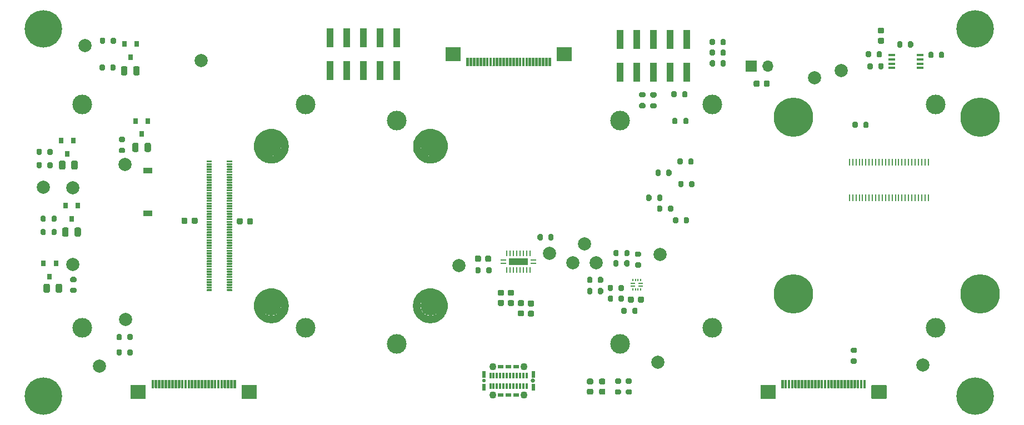
<source format=gbr>
G04 #@! TF.GenerationSoftware,KiCad,Pcbnew,(5.1.9)-1*
G04 #@! TF.CreationDate,2021-07-05T20:40:17-04:00*
G04 #@! TF.ProjectId,DepthABC,44657074-6841-4424-932e-6b696361645f,rev?*
G04 #@! TF.SameCoordinates,Original*
G04 #@! TF.FileFunction,Soldermask,Top*
G04 #@! TF.FilePolarity,Negative*
%FSLAX46Y46*%
G04 Gerber Fmt 4.6, Leading zero omitted, Abs format (unit mm)*
G04 Created by KiCad (PCBNEW (5.1.9)-1) date 2021-07-05 20:40:17*
%MOMM*%
%LPD*%
G01*
G04 APERTURE LIST*
%ADD10R,1.100000X0.400000*%
%ADD11C,2.000000*%
%ADD12C,0.660000*%
%ADD13C,0.580000*%
%ADD14R,0.500000X1.030000*%
%ADD15C,1.100000*%
%ADD16R,0.820000X0.550000*%
%ADD17R,0.300000X0.850000*%
%ADD18R,1.000000X3.000000*%
%ADD19R,2.900000X1.000000*%
%ADD20R,0.240000X0.900000*%
%ADD21R,0.900000X0.240000*%
%ADD22R,0.220000X0.450000*%
%ADD23R,0.700000X0.220000*%
%ADD24O,1.700000X1.700000*%
%ADD25R,1.700000X1.700000*%
%ADD26R,0.250000X1.100000*%
%ADD27C,6.000000*%
%ADD28C,5.700000*%
%ADD29C,0.100000*%
%ADD30C,3.050000*%
%ADD31R,0.800000X0.900000*%
%ADD32R,1.400000X0.900000*%
%ADD33C,3.000000*%
G04 APERTURE END LIST*
D10*
G04 #@! TO.C,U1*
X246777060Y-114757320D03*
X246777060Y-114107320D03*
X246777060Y-113457320D03*
X246777060Y-112807320D03*
X251077060Y-112807320D03*
X251077060Y-113457320D03*
X251077060Y-114107320D03*
X251077060Y-114757320D03*
G04 #@! TD*
D11*
G04 #@! TO.C,TP8*
X211429600Y-143205200D03*
G04 #@! TD*
G04 #@! TO.C,TP7*
X211124800Y-159562800D03*
G04 #@! TD*
D12*
G04 #@! TO.C,J5*
X192105500Y-162415500D03*
D13*
X184605500Y-162415500D03*
D14*
X184585500Y-161415500D03*
X192125500Y-161415500D03*
X184585500Y-163415500D03*
X192125500Y-163415500D03*
D15*
X185955500Y-160265500D03*
X190755500Y-160265500D03*
X185955500Y-164565500D03*
X190755500Y-164565500D03*
D16*
X187155500Y-160265500D03*
X188355500Y-160265500D03*
X189555500Y-160265500D03*
X187155500Y-164565500D03*
X188355500Y-164565500D03*
X189555500Y-164565500D03*
D17*
X185605500Y-161585500D03*
X186105500Y-161585500D03*
X186605500Y-161585500D03*
X187105500Y-161585500D03*
X187605500Y-161585500D03*
X188105500Y-161585500D03*
X188605500Y-161585500D03*
X189105500Y-161585500D03*
X189605500Y-161585500D03*
X190105500Y-161585500D03*
X190605500Y-161585500D03*
X191105500Y-161585500D03*
X185605500Y-163245500D03*
X186105500Y-163245500D03*
X186605500Y-163245500D03*
X187105500Y-163245500D03*
X187605500Y-163245500D03*
X188105500Y-163245500D03*
X188605500Y-163245500D03*
X189105500Y-163245500D03*
X189605500Y-163245500D03*
X190105500Y-163245500D03*
X190605500Y-163245500D03*
X191105500Y-163245500D03*
G04 #@! TD*
D18*
G04 #@! TO.C,J4*
X205373500Y-110365500D03*
X205373500Y-115405500D03*
X207913500Y-110365500D03*
X207913500Y-115405500D03*
X210453500Y-110365500D03*
X210453500Y-115405500D03*
X212993500Y-110365500D03*
X212993500Y-115405500D03*
X215533500Y-110365500D03*
X215533500Y-115405500D03*
G04 #@! TD*
G04 #@! TO.C,J1*
X171337500Y-115151500D03*
X171337500Y-110111500D03*
X168797500Y-115151500D03*
X168797500Y-110111500D03*
X166257500Y-115151500D03*
X166257500Y-110111500D03*
X163717500Y-115151500D03*
X163717500Y-110111500D03*
X161177500Y-115151500D03*
X161177500Y-110111500D03*
G04 #@! TD*
D19*
G04 #@! TO.C,U2*
X189865000Y-144272000D03*
D20*
X188115000Y-145572000D03*
X188615000Y-145572000D03*
X189115000Y-145572000D03*
X189615000Y-145572000D03*
X190115000Y-145572000D03*
X190615000Y-145572000D03*
X191115000Y-145572000D03*
X191615000Y-145572000D03*
X188115000Y-142972000D03*
X188615000Y-142972000D03*
X189115000Y-142972000D03*
X189615000Y-142972000D03*
X190115000Y-142972000D03*
X190615000Y-142972000D03*
X191115000Y-142972000D03*
X191615000Y-142972000D03*
D21*
X187565000Y-144522000D03*
X187565000Y-144022000D03*
X192165000Y-144522000D03*
X192165000Y-144022000D03*
G04 #@! TD*
D22*
G04 #@! TO.C,IC1*
X208509160Y-148525060D03*
X208109160Y-148525060D03*
X207709160Y-148525060D03*
X207309160Y-148525060D03*
D23*
X207309160Y-148000060D03*
X207309160Y-147600060D03*
D22*
X207309160Y-147075060D03*
X207709160Y-147075060D03*
X208109160Y-147075060D03*
X208509160Y-147075060D03*
D23*
X208509160Y-147600060D03*
X208509160Y-148000060D03*
G04 #@! TD*
G04 #@! TO.C,D5*
G36*
G01*
X130285500Y-114715250D02*
X130285500Y-115627750D01*
G75*
G02*
X130041750Y-115871500I-243750J0D01*
G01*
X129554250Y-115871500D01*
G75*
G02*
X129310500Y-115627750I0J243750D01*
G01*
X129310500Y-114715250D01*
G75*
G02*
X129554250Y-114471500I243750J0D01*
G01*
X130041750Y-114471500D01*
G75*
G02*
X130285500Y-114715250I0J-243750D01*
G01*
G37*
G36*
G01*
X132160500Y-114715250D02*
X132160500Y-115627750D01*
G75*
G02*
X131916750Y-115871500I-243750J0D01*
G01*
X131429250Y-115871500D01*
G75*
G02*
X131185500Y-115627750I0J243750D01*
G01*
X131185500Y-114715250D01*
G75*
G02*
X131429250Y-114471500I243750J0D01*
G01*
X131916750Y-114471500D01*
G75*
G02*
X132160500Y-114715250I0J-243750D01*
G01*
G37*
G04 #@! TD*
G04 #@! TO.C,D4*
G36*
G01*
X121332100Y-139302450D02*
X121332100Y-140214950D01*
G75*
G02*
X121088350Y-140458700I-243750J0D01*
G01*
X120600850Y-140458700D01*
G75*
G02*
X120357100Y-140214950I0J243750D01*
G01*
X120357100Y-139302450D01*
G75*
G02*
X120600850Y-139058700I243750J0D01*
G01*
X121088350Y-139058700D01*
G75*
G02*
X121332100Y-139302450I0J-243750D01*
G01*
G37*
G36*
G01*
X123207100Y-139302450D02*
X123207100Y-140214950D01*
G75*
G02*
X122963350Y-140458700I-243750J0D01*
G01*
X122475850Y-140458700D01*
G75*
G02*
X122232100Y-140214950I0J243750D01*
G01*
X122232100Y-139302450D01*
G75*
G02*
X122475850Y-139058700I243750J0D01*
G01*
X122963350Y-139058700D01*
G75*
G02*
X123207100Y-139302450I0J-243750D01*
G01*
G37*
G04 #@! TD*
G04 #@! TO.C,D3*
G36*
G01*
X132000000Y-126399250D02*
X132000000Y-127311750D01*
G75*
G02*
X131756250Y-127555500I-243750J0D01*
G01*
X131268750Y-127555500D01*
G75*
G02*
X131025000Y-127311750I0J243750D01*
G01*
X131025000Y-126399250D01*
G75*
G02*
X131268750Y-126155500I243750J0D01*
G01*
X131756250Y-126155500D01*
G75*
G02*
X132000000Y-126399250I0J-243750D01*
G01*
G37*
G36*
G01*
X133875000Y-126399250D02*
X133875000Y-127311750D01*
G75*
G02*
X133631250Y-127555500I-243750J0D01*
G01*
X133143750Y-127555500D01*
G75*
G02*
X132900000Y-127311750I0J243750D01*
G01*
X132900000Y-126399250D01*
G75*
G02*
X133143750Y-126155500I243750J0D01*
G01*
X133631250Y-126155500D01*
G75*
G02*
X133875000Y-126399250I0J-243750D01*
G01*
G37*
G04 #@! TD*
G04 #@! TO.C,D2*
G36*
G01*
X119374500Y-148774750D02*
X119374500Y-147862250D01*
G75*
G02*
X119618250Y-147618500I243750J0D01*
G01*
X120105750Y-147618500D01*
G75*
G02*
X120349500Y-147862250I0J-243750D01*
G01*
X120349500Y-148774750D01*
G75*
G02*
X120105750Y-149018500I-243750J0D01*
G01*
X119618250Y-149018500D01*
G75*
G02*
X119374500Y-148774750I0J243750D01*
G01*
G37*
G36*
G01*
X117499500Y-148774750D02*
X117499500Y-147862250D01*
G75*
G02*
X117743250Y-147618500I243750J0D01*
G01*
X118230750Y-147618500D01*
G75*
G02*
X118474500Y-147862250I0J-243750D01*
G01*
X118474500Y-148774750D01*
G75*
G02*
X118230750Y-149018500I-243750J0D01*
G01*
X117743250Y-149018500D01*
G75*
G02*
X117499500Y-148774750I0J243750D01*
G01*
G37*
G04 #@! TD*
G04 #@! TO.C,D1*
G36*
G01*
X120849500Y-129091650D02*
X120849500Y-130004150D01*
G75*
G02*
X120605750Y-130247900I-243750J0D01*
G01*
X120118250Y-130247900D01*
G75*
G02*
X119874500Y-130004150I0J243750D01*
G01*
X119874500Y-129091650D01*
G75*
G02*
X120118250Y-128847900I243750J0D01*
G01*
X120605750Y-128847900D01*
G75*
G02*
X120849500Y-129091650I0J-243750D01*
G01*
G37*
G36*
G01*
X122724500Y-129091650D02*
X122724500Y-130004150D01*
G75*
G02*
X122480750Y-130247900I-243750J0D01*
G01*
X121993250Y-130247900D01*
G75*
G02*
X121749500Y-130004150I0J243750D01*
G01*
X121749500Y-129091650D01*
G75*
G02*
X121993250Y-128847900I243750J0D01*
G01*
X122480750Y-128847900D01*
G75*
G02*
X122724500Y-129091650I0J-243750D01*
G01*
G37*
G04 #@! TD*
D24*
G04 #@! TO.C,J2*
X227916000Y-114447600D03*
D25*
X225376000Y-114447600D03*
G04 #@! TD*
D26*
G04 #@! TO.C,J8*
X240325920Y-134571200D03*
X240825920Y-134571200D03*
X241325920Y-134571200D03*
X241825920Y-134571200D03*
X242325920Y-134571200D03*
X252325920Y-134571200D03*
X251825920Y-134571200D03*
X251325920Y-134571200D03*
X250825920Y-134571200D03*
X250325920Y-134571200D03*
X252325920Y-129071200D03*
X251825920Y-129071200D03*
X240325920Y-129071200D03*
X240825920Y-129071200D03*
X241325920Y-129071200D03*
X241825920Y-129071200D03*
X242325920Y-129071200D03*
X251325920Y-129071200D03*
X250825920Y-129071200D03*
X250325920Y-129071200D03*
X249825920Y-129071200D03*
X249325920Y-129071200D03*
X248825920Y-129071200D03*
X248325920Y-129071200D03*
X247825920Y-129071200D03*
X247325920Y-129071200D03*
X246825920Y-129071200D03*
X246325920Y-129071200D03*
X245825920Y-129071200D03*
X245325920Y-129071200D03*
X244825920Y-129071200D03*
X244325920Y-129071200D03*
X243825920Y-129071200D03*
X243325920Y-129071200D03*
X242825920Y-129071200D03*
X242825920Y-134571200D03*
X243325920Y-134571200D03*
X243825920Y-134571200D03*
X244325920Y-134571200D03*
X244825920Y-134571200D03*
X245325920Y-134571200D03*
X245825920Y-134571200D03*
X246325920Y-134571200D03*
X246825920Y-134571200D03*
X247325920Y-134571200D03*
X247825920Y-134571200D03*
X248325920Y-134571200D03*
X248825920Y-134571200D03*
X249325920Y-134571200D03*
X249825920Y-134571200D03*
G04 #@! TD*
D27*
G04 #@! TO.C,H12*
X260252300Y-149210200D03*
G04 #@! TD*
G04 #@! TO.C,H11*
X260252700Y-122280800D03*
G04 #@! TD*
G04 #@! TO.C,H10*
X231757500Y-149207500D03*
G04 #@! TD*
G04 #@! TO.C,H9*
X231757500Y-122283500D03*
G04 #@! TD*
D28*
G04 #@! TO.C,H4*
X259457900Y-108767500D03*
G04 #@! TD*
G04 #@! TO.C,H3*
X259454672Y-164766700D03*
G04 #@! TD*
G04 #@! TO.C,H2*
X117448500Y-108767500D03*
G04 #@! TD*
G04 #@! TO.C,H1*
X117448500Y-164766700D03*
G04 #@! TD*
D29*
G04 #@! TO.C,H8*
G36*
X176869836Y-124043682D02*
G01*
X177124897Y-124094417D01*
X177373758Y-124169908D01*
X177614021Y-124269428D01*
X177843372Y-124392019D01*
X178059603Y-124536500D01*
X178260631Y-124701480D01*
X178444520Y-124885369D01*
X178609500Y-125086397D01*
X178753981Y-125302628D01*
X178876572Y-125531979D01*
X178976092Y-125772242D01*
X179051583Y-126021103D01*
X179102318Y-126276164D01*
X179127808Y-126534971D01*
X179127808Y-126795029D01*
X179102318Y-127053836D01*
X179051583Y-127308897D01*
X178976092Y-127557758D01*
X178876572Y-127798021D01*
X178753981Y-128027372D01*
X178609500Y-128243603D01*
X178444520Y-128444631D01*
X178260631Y-128628520D01*
X178059603Y-128793500D01*
X177843372Y-128937981D01*
X177614021Y-129060572D01*
X177373758Y-129160092D01*
X177124897Y-129235583D01*
X176869836Y-129286318D01*
X176611029Y-129311808D01*
X176350971Y-129311808D01*
X176092164Y-129286318D01*
X175837103Y-129235583D01*
X175588242Y-129160092D01*
X175347979Y-129060572D01*
X175118628Y-128937981D01*
X174902397Y-128793500D01*
X174701369Y-128628520D01*
X174517480Y-128444631D01*
X174352500Y-128243603D01*
X174208019Y-128027372D01*
X174085428Y-127798021D01*
X173985908Y-127557758D01*
X173910417Y-127308897D01*
X173859682Y-127053836D01*
X173834192Y-126795029D01*
X173834192Y-126591398D01*
X174982807Y-126591398D01*
X174982807Y-126738602D01*
X174997235Y-126885096D01*
X175025953Y-127029470D01*
X175068684Y-127170335D01*
X175125016Y-127306333D01*
X175194407Y-127436154D01*
X175276189Y-127558549D01*
X175369573Y-127672338D01*
X175473662Y-127776427D01*
X175587451Y-127869811D01*
X175709846Y-127951593D01*
X175839667Y-128020984D01*
X175975665Y-128077316D01*
X176116530Y-128120047D01*
X176260904Y-128148765D01*
X176407398Y-128163193D01*
X176554602Y-128163193D01*
X176701096Y-128148765D01*
X176845470Y-128120047D01*
X176986335Y-128077316D01*
X177122333Y-128020984D01*
X177252154Y-127951593D01*
X177374549Y-127869811D01*
X177488338Y-127776427D01*
X177592427Y-127672338D01*
X177685811Y-127558549D01*
X177767593Y-127436154D01*
X177836984Y-127306333D01*
X177893316Y-127170335D01*
X177936047Y-127029470D01*
X177964765Y-126885096D01*
X177979193Y-126738602D01*
X177979193Y-126591398D01*
X177964765Y-126444904D01*
X177936047Y-126300530D01*
X177893316Y-126159665D01*
X177836984Y-126023667D01*
X177767593Y-125893846D01*
X177685811Y-125771451D01*
X177592427Y-125657662D01*
X177488338Y-125553573D01*
X177374549Y-125460189D01*
X177252154Y-125378407D01*
X177122333Y-125309016D01*
X176986335Y-125252684D01*
X176845470Y-125209953D01*
X176701096Y-125181235D01*
X176554602Y-125166807D01*
X176407398Y-125166807D01*
X176260904Y-125181235D01*
X176116530Y-125209953D01*
X175975665Y-125252684D01*
X175839667Y-125309016D01*
X175709846Y-125378407D01*
X175587451Y-125460189D01*
X175473662Y-125553573D01*
X175369573Y-125657662D01*
X175276189Y-125771451D01*
X175194407Y-125893846D01*
X175125016Y-126023667D01*
X175068684Y-126159665D01*
X175025953Y-126300530D01*
X174997235Y-126444904D01*
X174982807Y-126591398D01*
X173834192Y-126591398D01*
X173834192Y-126534971D01*
X173859682Y-126276164D01*
X173910417Y-126021103D01*
X173985908Y-125772242D01*
X174085428Y-125531979D01*
X174208019Y-125302628D01*
X174352500Y-125086397D01*
X174517480Y-124885369D01*
X174701369Y-124701480D01*
X174902397Y-124536500D01*
X175118628Y-124392019D01*
X175347979Y-124269428D01*
X175588242Y-124169908D01*
X175837103Y-124094417D01*
X176092164Y-124043682D01*
X176350971Y-124018192D01*
X176611029Y-124018192D01*
X176869836Y-124043682D01*
G37*
D30*
X176481000Y-126665000D03*
G04 #@! TD*
D29*
G04 #@! TO.C,H7*
G36*
X152612836Y-148364182D02*
G01*
X152867897Y-148414917D01*
X153116758Y-148490408D01*
X153357021Y-148589928D01*
X153586372Y-148712519D01*
X153802603Y-148857000D01*
X154003631Y-149021980D01*
X154187520Y-149205869D01*
X154352500Y-149406897D01*
X154496981Y-149623128D01*
X154619572Y-149852479D01*
X154719092Y-150092742D01*
X154794583Y-150341603D01*
X154845318Y-150596664D01*
X154870808Y-150855471D01*
X154870808Y-151115529D01*
X154845318Y-151374336D01*
X154794583Y-151629397D01*
X154719092Y-151878258D01*
X154619572Y-152118521D01*
X154496981Y-152347872D01*
X154352500Y-152564103D01*
X154187520Y-152765131D01*
X154003631Y-152949020D01*
X153802603Y-153114000D01*
X153586372Y-153258481D01*
X153357021Y-153381072D01*
X153116758Y-153480592D01*
X152867897Y-153556083D01*
X152612836Y-153606818D01*
X152354029Y-153632308D01*
X152093971Y-153632308D01*
X151835164Y-153606818D01*
X151580103Y-153556083D01*
X151331242Y-153480592D01*
X151090979Y-153381072D01*
X150861628Y-153258481D01*
X150645397Y-153114000D01*
X150444369Y-152949020D01*
X150260480Y-152765131D01*
X150095500Y-152564103D01*
X149951019Y-152347872D01*
X149828428Y-152118521D01*
X149728908Y-151878258D01*
X149653417Y-151629397D01*
X149602682Y-151374336D01*
X149577192Y-151115529D01*
X149577192Y-150911898D01*
X150725807Y-150911898D01*
X150725807Y-151059102D01*
X150740235Y-151205596D01*
X150768953Y-151349970D01*
X150811684Y-151490835D01*
X150868016Y-151626833D01*
X150937407Y-151756654D01*
X151019189Y-151879049D01*
X151112573Y-151992838D01*
X151216662Y-152096927D01*
X151330451Y-152190311D01*
X151452846Y-152272093D01*
X151582667Y-152341484D01*
X151718665Y-152397816D01*
X151859530Y-152440547D01*
X152003904Y-152469265D01*
X152150398Y-152483693D01*
X152297602Y-152483693D01*
X152444096Y-152469265D01*
X152588470Y-152440547D01*
X152729335Y-152397816D01*
X152865333Y-152341484D01*
X152995154Y-152272093D01*
X153117549Y-152190311D01*
X153231338Y-152096927D01*
X153335427Y-151992838D01*
X153428811Y-151879049D01*
X153510593Y-151756654D01*
X153579984Y-151626833D01*
X153636316Y-151490835D01*
X153679047Y-151349970D01*
X153707765Y-151205596D01*
X153722193Y-151059102D01*
X153722193Y-150911898D01*
X153707765Y-150765404D01*
X153679047Y-150621030D01*
X153636316Y-150480165D01*
X153579984Y-150344167D01*
X153510593Y-150214346D01*
X153428811Y-150091951D01*
X153335427Y-149978162D01*
X153231338Y-149874073D01*
X153117549Y-149780689D01*
X152995154Y-149698907D01*
X152865333Y-149629516D01*
X152729335Y-149573184D01*
X152588470Y-149530453D01*
X152444096Y-149501735D01*
X152297602Y-149487307D01*
X152150398Y-149487307D01*
X152003904Y-149501735D01*
X151859530Y-149530453D01*
X151718665Y-149573184D01*
X151582667Y-149629516D01*
X151452846Y-149698907D01*
X151330451Y-149780689D01*
X151216662Y-149874073D01*
X151112573Y-149978162D01*
X151019189Y-150091951D01*
X150937407Y-150214346D01*
X150868016Y-150344167D01*
X150811684Y-150480165D01*
X150768953Y-150621030D01*
X150740235Y-150765404D01*
X150725807Y-150911898D01*
X149577192Y-150911898D01*
X149577192Y-150855471D01*
X149602682Y-150596664D01*
X149653417Y-150341603D01*
X149728908Y-150092742D01*
X149828428Y-149852479D01*
X149951019Y-149623128D01*
X150095500Y-149406897D01*
X150260480Y-149205869D01*
X150444369Y-149021980D01*
X150645397Y-148857000D01*
X150861628Y-148712519D01*
X151090979Y-148589928D01*
X151331242Y-148490408D01*
X151580103Y-148414917D01*
X151835164Y-148364182D01*
X152093971Y-148338692D01*
X152354029Y-148338692D01*
X152612836Y-148364182D01*
G37*
D30*
X152224000Y-150985500D03*
G04 #@! TD*
D29*
G04 #@! TO.C,H6*
G36*
X152612836Y-124043682D02*
G01*
X152867897Y-124094417D01*
X153116758Y-124169908D01*
X153357021Y-124269428D01*
X153586372Y-124392019D01*
X153802603Y-124536500D01*
X154003631Y-124701480D01*
X154187520Y-124885369D01*
X154352500Y-125086397D01*
X154496981Y-125302628D01*
X154619572Y-125531979D01*
X154719092Y-125772242D01*
X154794583Y-126021103D01*
X154845318Y-126276164D01*
X154870808Y-126534971D01*
X154870808Y-126795029D01*
X154845318Y-127053836D01*
X154794583Y-127308897D01*
X154719092Y-127557758D01*
X154619572Y-127798021D01*
X154496981Y-128027372D01*
X154352500Y-128243603D01*
X154187520Y-128444631D01*
X154003631Y-128628520D01*
X153802603Y-128793500D01*
X153586372Y-128937981D01*
X153357021Y-129060572D01*
X153116758Y-129160092D01*
X152867897Y-129235583D01*
X152612836Y-129286318D01*
X152354029Y-129311808D01*
X152093971Y-129311808D01*
X151835164Y-129286318D01*
X151580103Y-129235583D01*
X151331242Y-129160092D01*
X151090979Y-129060572D01*
X150861628Y-128937981D01*
X150645397Y-128793500D01*
X150444369Y-128628520D01*
X150260480Y-128444631D01*
X150095500Y-128243603D01*
X149951019Y-128027372D01*
X149828428Y-127798021D01*
X149728908Y-127557758D01*
X149653417Y-127308897D01*
X149602682Y-127053836D01*
X149577192Y-126795029D01*
X149577192Y-126591398D01*
X150725807Y-126591398D01*
X150725807Y-126738602D01*
X150740235Y-126885096D01*
X150768953Y-127029470D01*
X150811684Y-127170335D01*
X150868016Y-127306333D01*
X150937407Y-127436154D01*
X151019189Y-127558549D01*
X151112573Y-127672338D01*
X151216662Y-127776427D01*
X151330451Y-127869811D01*
X151452846Y-127951593D01*
X151582667Y-128020984D01*
X151718665Y-128077316D01*
X151859530Y-128120047D01*
X152003904Y-128148765D01*
X152150398Y-128163193D01*
X152297602Y-128163193D01*
X152444096Y-128148765D01*
X152588470Y-128120047D01*
X152729335Y-128077316D01*
X152865333Y-128020984D01*
X152995154Y-127951593D01*
X153117549Y-127869811D01*
X153231338Y-127776427D01*
X153335427Y-127672338D01*
X153428811Y-127558549D01*
X153510593Y-127436154D01*
X153579984Y-127306333D01*
X153636316Y-127170335D01*
X153679047Y-127029470D01*
X153707765Y-126885096D01*
X153722193Y-126738602D01*
X153722193Y-126591398D01*
X153707765Y-126444904D01*
X153679047Y-126300530D01*
X153636316Y-126159665D01*
X153579984Y-126023667D01*
X153510593Y-125893846D01*
X153428811Y-125771451D01*
X153335427Y-125657662D01*
X153231338Y-125553573D01*
X153117549Y-125460189D01*
X152995154Y-125378407D01*
X152865333Y-125309016D01*
X152729335Y-125252684D01*
X152588470Y-125209953D01*
X152444096Y-125181235D01*
X152297602Y-125166807D01*
X152150398Y-125166807D01*
X152003904Y-125181235D01*
X151859530Y-125209953D01*
X151718665Y-125252684D01*
X151582667Y-125309016D01*
X151452846Y-125378407D01*
X151330451Y-125460189D01*
X151216662Y-125553573D01*
X151112573Y-125657662D01*
X151019189Y-125771451D01*
X150937407Y-125893846D01*
X150868016Y-126023667D01*
X150811684Y-126159665D01*
X150768953Y-126300530D01*
X150740235Y-126444904D01*
X150725807Y-126591398D01*
X149577192Y-126591398D01*
X149577192Y-126534971D01*
X149602682Y-126276164D01*
X149653417Y-126021103D01*
X149728908Y-125772242D01*
X149828428Y-125531979D01*
X149951019Y-125302628D01*
X150095500Y-125086397D01*
X150260480Y-124885369D01*
X150444369Y-124701480D01*
X150645397Y-124536500D01*
X150861628Y-124392019D01*
X151090979Y-124269428D01*
X151331242Y-124169908D01*
X151580103Y-124094417D01*
X151835164Y-124043682D01*
X152093971Y-124018192D01*
X152354029Y-124018192D01*
X152612836Y-124043682D01*
G37*
D30*
X152224000Y-126665000D03*
G04 #@! TD*
D29*
G04 #@! TO.C,H5*
G36*
X176852056Y-148364182D02*
G01*
X177107117Y-148414917D01*
X177355978Y-148490408D01*
X177596241Y-148589928D01*
X177825592Y-148712519D01*
X178041823Y-148857000D01*
X178242851Y-149021980D01*
X178426740Y-149205869D01*
X178591720Y-149406897D01*
X178736201Y-149623128D01*
X178858792Y-149852479D01*
X178958312Y-150092742D01*
X179033803Y-150341603D01*
X179084538Y-150596664D01*
X179110028Y-150855471D01*
X179110028Y-151115529D01*
X179084538Y-151374336D01*
X179033803Y-151629397D01*
X178958312Y-151878258D01*
X178858792Y-152118521D01*
X178736201Y-152347872D01*
X178591720Y-152564103D01*
X178426740Y-152765131D01*
X178242851Y-152949020D01*
X178041823Y-153114000D01*
X177825592Y-153258481D01*
X177596241Y-153381072D01*
X177355978Y-153480592D01*
X177107117Y-153556083D01*
X176852056Y-153606818D01*
X176593249Y-153632308D01*
X176333191Y-153632308D01*
X176074384Y-153606818D01*
X175819323Y-153556083D01*
X175570462Y-153480592D01*
X175330199Y-153381072D01*
X175100848Y-153258481D01*
X174884617Y-153114000D01*
X174683589Y-152949020D01*
X174499700Y-152765131D01*
X174334720Y-152564103D01*
X174190239Y-152347872D01*
X174067648Y-152118521D01*
X173968128Y-151878258D01*
X173892637Y-151629397D01*
X173841902Y-151374336D01*
X173816412Y-151115529D01*
X173816412Y-150911898D01*
X174965027Y-150911898D01*
X174965027Y-151059102D01*
X174979455Y-151205596D01*
X175008173Y-151349970D01*
X175050904Y-151490835D01*
X175107236Y-151626833D01*
X175176627Y-151756654D01*
X175258409Y-151879049D01*
X175351793Y-151992838D01*
X175455882Y-152096927D01*
X175569671Y-152190311D01*
X175692066Y-152272093D01*
X175821887Y-152341484D01*
X175957885Y-152397816D01*
X176098750Y-152440547D01*
X176243124Y-152469265D01*
X176389618Y-152483693D01*
X176536822Y-152483693D01*
X176683316Y-152469265D01*
X176827690Y-152440547D01*
X176968555Y-152397816D01*
X177104553Y-152341484D01*
X177234374Y-152272093D01*
X177356769Y-152190311D01*
X177470558Y-152096927D01*
X177574647Y-151992838D01*
X177668031Y-151879049D01*
X177749813Y-151756654D01*
X177819204Y-151626833D01*
X177875536Y-151490835D01*
X177918267Y-151349970D01*
X177946985Y-151205596D01*
X177961413Y-151059102D01*
X177961413Y-150911898D01*
X177946985Y-150765404D01*
X177918267Y-150621030D01*
X177875536Y-150480165D01*
X177819204Y-150344167D01*
X177749813Y-150214346D01*
X177668031Y-150091951D01*
X177574647Y-149978162D01*
X177470558Y-149874073D01*
X177356769Y-149780689D01*
X177234374Y-149698907D01*
X177104553Y-149629516D01*
X176968555Y-149573184D01*
X176827690Y-149530453D01*
X176683316Y-149501735D01*
X176536822Y-149487307D01*
X176389618Y-149487307D01*
X176243124Y-149501735D01*
X176098750Y-149530453D01*
X175957885Y-149573184D01*
X175821887Y-149629516D01*
X175692066Y-149698907D01*
X175569671Y-149780689D01*
X175455882Y-149874073D01*
X175351793Y-149978162D01*
X175258409Y-150091951D01*
X175176627Y-150214346D01*
X175107236Y-150344167D01*
X175050904Y-150480165D01*
X175008173Y-150621030D01*
X174979455Y-150765404D01*
X174965027Y-150911898D01*
X173816412Y-150911898D01*
X173816412Y-150855471D01*
X173841902Y-150596664D01*
X173892637Y-150341603D01*
X173968128Y-150092742D01*
X174067648Y-149852479D01*
X174190239Y-149623128D01*
X174334720Y-149406897D01*
X174499700Y-149205869D01*
X174683589Y-149021980D01*
X174884617Y-148857000D01*
X175100848Y-148712519D01*
X175330199Y-148589928D01*
X175570462Y-148490408D01*
X175819323Y-148414917D01*
X176074384Y-148364182D01*
X176333191Y-148338692D01*
X176593249Y-148338692D01*
X176852056Y-148364182D01*
G37*
D30*
X176463220Y-150985500D03*
G04 #@! TD*
D11*
G04 #@! TO.C,TP21*
X201754000Y-144445000D03*
G04 #@! TD*
G04 #@! TO.C,TP20*
X198198000Y-144445000D03*
G04 #@! TD*
G04 #@! TO.C,TP19*
X199912500Y-141587500D03*
G04 #@! TD*
G04 #@! TO.C,TP18*
X180799000Y-144826000D03*
G04 #@! TD*
G04 #@! TO.C,TP10*
X121947200Y-132989600D03*
G04 #@! TD*
G04 #@! TO.C,TP9*
X194642000Y-142984500D03*
G04 #@! TD*
G04 #@! TO.C,TP6*
X123839500Y-111298000D03*
G04 #@! TD*
G04 #@! TO.C,TP5*
X129999000Y-153081000D03*
G04 #@! TD*
G04 #@! TO.C,TP4*
X239092000Y-115108000D03*
G04 #@! TD*
G04 #@! TO.C,TP3*
X129935500Y-129459000D03*
G04 #@! TD*
G04 #@! TO.C,TP2*
X117527600Y-132938800D03*
G04 #@! TD*
G04 #@! TO.C,TP1*
X121998000Y-144699000D03*
G04 #@! TD*
G04 #@! TO.C,C4*
G36*
G01*
X245378060Y-109502800D02*
X244878060Y-109502800D01*
G75*
G02*
X244653060Y-109277800I0J225000D01*
G01*
X244653060Y-108827800D01*
G75*
G02*
X244878060Y-108602800I225000J0D01*
G01*
X245378060Y-108602800D01*
G75*
G02*
X245603060Y-108827800I0J-225000D01*
G01*
X245603060Y-109277800D01*
G75*
G02*
X245378060Y-109502800I-225000J0D01*
G01*
G37*
G36*
G01*
X245378060Y-111052800D02*
X244878060Y-111052800D01*
G75*
G02*
X244653060Y-110827800I0J225000D01*
G01*
X244653060Y-110377800D01*
G75*
G02*
X244878060Y-110152800I225000J0D01*
G01*
X245378060Y-110152800D01*
G75*
G02*
X245603060Y-110377800I0J-225000D01*
G01*
X245603060Y-110827800D01*
G75*
G02*
X245378060Y-111052800I-225000J0D01*
G01*
G37*
G04 #@! TD*
G04 #@! TO.C,C37*
G36*
G01*
X186962500Y-150104000D02*
X187462500Y-150104000D01*
G75*
G02*
X187687500Y-150329000I0J-225000D01*
G01*
X187687500Y-150779000D01*
G75*
G02*
X187462500Y-151004000I-225000J0D01*
G01*
X186962500Y-151004000D01*
G75*
G02*
X186737500Y-150779000I0J225000D01*
G01*
X186737500Y-150329000D01*
G75*
G02*
X186962500Y-150104000I225000J0D01*
G01*
G37*
G36*
G01*
X186962500Y-148554000D02*
X187462500Y-148554000D01*
G75*
G02*
X187687500Y-148779000I0J-225000D01*
G01*
X187687500Y-149229000D01*
G75*
G02*
X187462500Y-149454000I-225000J0D01*
G01*
X186962500Y-149454000D01*
G75*
G02*
X186737500Y-149229000I0J225000D01*
G01*
X186737500Y-148779000D01*
G75*
G02*
X186962500Y-148554000I225000J0D01*
G01*
G37*
G04 #@! TD*
G04 #@! TO.C,C36*
G36*
G01*
X188486500Y-150117000D02*
X188986500Y-150117000D01*
G75*
G02*
X189211500Y-150342000I0J-225000D01*
G01*
X189211500Y-150792000D01*
G75*
G02*
X188986500Y-151017000I-225000J0D01*
G01*
X188486500Y-151017000D01*
G75*
G02*
X188261500Y-150792000I0J225000D01*
G01*
X188261500Y-150342000D01*
G75*
G02*
X188486500Y-150117000I225000J0D01*
G01*
G37*
G36*
G01*
X188486500Y-148567000D02*
X188986500Y-148567000D01*
G75*
G02*
X189211500Y-148792000I0J-225000D01*
G01*
X189211500Y-149242000D01*
G75*
G02*
X188986500Y-149467000I-225000J0D01*
G01*
X188486500Y-149467000D01*
G75*
G02*
X188261500Y-149242000I0J225000D01*
G01*
X188261500Y-148792000D01*
G75*
G02*
X188486500Y-148567000I225000J0D01*
G01*
G37*
G04 #@! TD*
G04 #@! TO.C,C35*
G36*
G01*
X190010500Y-151678500D02*
X190510500Y-151678500D01*
G75*
G02*
X190735500Y-151903500I0J-225000D01*
G01*
X190735500Y-152353500D01*
G75*
G02*
X190510500Y-152578500I-225000J0D01*
G01*
X190010500Y-152578500D01*
G75*
G02*
X189785500Y-152353500I0J225000D01*
G01*
X189785500Y-151903500D01*
G75*
G02*
X190010500Y-151678500I225000J0D01*
G01*
G37*
G36*
G01*
X190010500Y-150128500D02*
X190510500Y-150128500D01*
G75*
G02*
X190735500Y-150353500I0J-225000D01*
G01*
X190735500Y-150803500D01*
G75*
G02*
X190510500Y-151028500I-225000J0D01*
G01*
X190010500Y-151028500D01*
G75*
G02*
X189785500Y-150803500I0J225000D01*
G01*
X189785500Y-150353500D01*
G75*
G02*
X190010500Y-150128500I225000J0D01*
G01*
G37*
G04 #@! TD*
G04 #@! TO.C,C34*
G36*
G01*
X191534500Y-151742000D02*
X192034500Y-151742000D01*
G75*
G02*
X192259500Y-151967000I0J-225000D01*
G01*
X192259500Y-152417000D01*
G75*
G02*
X192034500Y-152642000I-225000J0D01*
G01*
X191534500Y-152642000D01*
G75*
G02*
X191309500Y-152417000I0J225000D01*
G01*
X191309500Y-151967000D01*
G75*
G02*
X191534500Y-151742000I225000J0D01*
G01*
G37*
G36*
G01*
X191534500Y-150192000D02*
X192034500Y-150192000D01*
G75*
G02*
X192259500Y-150417000I0J-225000D01*
G01*
X192259500Y-150867000D01*
G75*
G02*
X192034500Y-151092000I-225000J0D01*
G01*
X191534500Y-151092000D01*
G75*
G02*
X191309500Y-150867000I0J225000D01*
G01*
X191309500Y-150417000D01*
G75*
G02*
X191534500Y-150192000I225000J0D01*
G01*
G37*
G04 #@! TD*
G04 #@! TO.C,C3*
G36*
G01*
X147872800Y-137870400D02*
X147872800Y-138370400D01*
G75*
G02*
X147647800Y-138595400I-225000J0D01*
G01*
X147197800Y-138595400D01*
G75*
G02*
X146972800Y-138370400I0J225000D01*
G01*
X146972800Y-137870400D01*
G75*
G02*
X147197800Y-137645400I225000J0D01*
G01*
X147647800Y-137645400D01*
G75*
G02*
X147872800Y-137870400I0J-225000D01*
G01*
G37*
G36*
G01*
X149422800Y-137870400D02*
X149422800Y-138370400D01*
G75*
G02*
X149197800Y-138595400I-225000J0D01*
G01*
X148747800Y-138595400D01*
G75*
G02*
X148522800Y-138370400I0J225000D01*
G01*
X148522800Y-137870400D01*
G75*
G02*
X148747800Y-137645400I225000J0D01*
G01*
X149197800Y-137645400D01*
G75*
G02*
X149422800Y-137870400I0J-225000D01*
G01*
G37*
G04 #@! TD*
G04 #@! TO.C,J6*
G36*
G01*
X147717120Y-165122700D02*
X147717120Y-163122700D01*
G75*
G02*
X147767120Y-163072700I50000J0D01*
G01*
X149967120Y-163072700D01*
G75*
G02*
X150017120Y-163122700I0J-50000D01*
G01*
X150017120Y-165122700D01*
G75*
G02*
X149967120Y-165172700I-50000J0D01*
G01*
X147767120Y-165172700D01*
G75*
G02*
X147717120Y-165122700I0J50000D01*
G01*
G37*
G36*
G01*
X130800720Y-165122700D02*
X130800720Y-163122700D01*
G75*
G02*
X130850720Y-163072700I50000J0D01*
G01*
X133050720Y-163072700D01*
G75*
G02*
X133100720Y-163122700I0J-50000D01*
G01*
X133100720Y-165122700D01*
G75*
G02*
X133050720Y-165172700I-50000J0D01*
G01*
X130850720Y-165172700D01*
G75*
G02*
X130800720Y-165122700I0J50000D01*
G01*
G37*
G36*
G01*
X144958920Y-163523500D02*
X144958920Y-162323500D01*
G75*
G02*
X145008920Y-162273500I50000J0D01*
G01*
X145308920Y-162273500D01*
G75*
G02*
X145358920Y-162323500I0J-50000D01*
G01*
X145358920Y-163523500D01*
G75*
G02*
X145308920Y-163573500I-50000J0D01*
G01*
X145008920Y-163573500D01*
G75*
G02*
X144958920Y-163523500I0J50000D01*
G01*
G37*
G36*
G01*
X144458920Y-163523500D02*
X144458920Y-162323500D01*
G75*
G02*
X144508920Y-162273500I50000J0D01*
G01*
X144808920Y-162273500D01*
G75*
G02*
X144858920Y-162323500I0J-50000D01*
G01*
X144858920Y-163523500D01*
G75*
G02*
X144808920Y-163573500I-50000J0D01*
G01*
X144508920Y-163573500D01*
G75*
G02*
X144458920Y-163523500I0J50000D01*
G01*
G37*
G36*
G01*
X143958920Y-163523500D02*
X143958920Y-162323500D01*
G75*
G02*
X144008920Y-162273500I50000J0D01*
G01*
X144308920Y-162273500D01*
G75*
G02*
X144358920Y-162323500I0J-50000D01*
G01*
X144358920Y-163523500D01*
G75*
G02*
X144308920Y-163573500I-50000J0D01*
G01*
X144008920Y-163573500D01*
G75*
G02*
X143958920Y-163523500I0J50000D01*
G01*
G37*
G36*
G01*
X143458920Y-163523500D02*
X143458920Y-162323500D01*
G75*
G02*
X143508920Y-162273500I50000J0D01*
G01*
X143808920Y-162273500D01*
G75*
G02*
X143858920Y-162323500I0J-50000D01*
G01*
X143858920Y-163523500D01*
G75*
G02*
X143808920Y-163573500I-50000J0D01*
G01*
X143508920Y-163573500D01*
G75*
G02*
X143458920Y-163523500I0J50000D01*
G01*
G37*
G36*
G01*
X142958920Y-163523500D02*
X142958920Y-162323500D01*
G75*
G02*
X143008920Y-162273500I50000J0D01*
G01*
X143308920Y-162273500D01*
G75*
G02*
X143358920Y-162323500I0J-50000D01*
G01*
X143358920Y-163523500D01*
G75*
G02*
X143308920Y-163573500I-50000J0D01*
G01*
X143008920Y-163573500D01*
G75*
G02*
X142958920Y-163523500I0J50000D01*
G01*
G37*
G36*
G01*
X142458920Y-163523500D02*
X142458920Y-162323500D01*
G75*
G02*
X142508920Y-162273500I50000J0D01*
G01*
X142808920Y-162273500D01*
G75*
G02*
X142858920Y-162323500I0J-50000D01*
G01*
X142858920Y-163523500D01*
G75*
G02*
X142808920Y-163573500I-50000J0D01*
G01*
X142508920Y-163573500D01*
G75*
G02*
X142458920Y-163523500I0J50000D01*
G01*
G37*
G36*
G01*
X141958920Y-163523500D02*
X141958920Y-162323500D01*
G75*
G02*
X142008920Y-162273500I50000J0D01*
G01*
X142308920Y-162273500D01*
G75*
G02*
X142358920Y-162323500I0J-50000D01*
G01*
X142358920Y-163523500D01*
G75*
G02*
X142308920Y-163573500I-50000J0D01*
G01*
X142008920Y-163573500D01*
G75*
G02*
X141958920Y-163523500I0J50000D01*
G01*
G37*
G36*
G01*
X141458920Y-163523500D02*
X141458920Y-162323500D01*
G75*
G02*
X141508920Y-162273500I50000J0D01*
G01*
X141808920Y-162273500D01*
G75*
G02*
X141858920Y-162323500I0J-50000D01*
G01*
X141858920Y-163523500D01*
G75*
G02*
X141808920Y-163573500I-50000J0D01*
G01*
X141508920Y-163573500D01*
G75*
G02*
X141458920Y-163523500I0J50000D01*
G01*
G37*
G36*
G01*
X140958920Y-163523500D02*
X140958920Y-162323500D01*
G75*
G02*
X141008920Y-162273500I50000J0D01*
G01*
X141308920Y-162273500D01*
G75*
G02*
X141358920Y-162323500I0J-50000D01*
G01*
X141358920Y-163523500D01*
G75*
G02*
X141308920Y-163573500I-50000J0D01*
G01*
X141008920Y-163573500D01*
G75*
G02*
X140958920Y-163523500I0J50000D01*
G01*
G37*
G36*
G01*
X140458920Y-163523500D02*
X140458920Y-162323500D01*
G75*
G02*
X140508920Y-162273500I50000J0D01*
G01*
X140808920Y-162273500D01*
G75*
G02*
X140858920Y-162323500I0J-50000D01*
G01*
X140858920Y-163523500D01*
G75*
G02*
X140808920Y-163573500I-50000J0D01*
G01*
X140508920Y-163573500D01*
G75*
G02*
X140458920Y-163523500I0J50000D01*
G01*
G37*
G36*
G01*
X139958920Y-163523500D02*
X139958920Y-162323500D01*
G75*
G02*
X140008920Y-162273500I50000J0D01*
G01*
X140308920Y-162273500D01*
G75*
G02*
X140358920Y-162323500I0J-50000D01*
G01*
X140358920Y-163523500D01*
G75*
G02*
X140308920Y-163573500I-50000J0D01*
G01*
X140008920Y-163573500D01*
G75*
G02*
X139958920Y-163523500I0J50000D01*
G01*
G37*
G36*
G01*
X139458920Y-163523500D02*
X139458920Y-162323500D01*
G75*
G02*
X139508920Y-162273500I50000J0D01*
G01*
X139808920Y-162273500D01*
G75*
G02*
X139858920Y-162323500I0J-50000D01*
G01*
X139858920Y-163523500D01*
G75*
G02*
X139808920Y-163573500I-50000J0D01*
G01*
X139508920Y-163573500D01*
G75*
G02*
X139458920Y-163523500I0J50000D01*
G01*
G37*
G36*
G01*
X138958920Y-163523500D02*
X138958920Y-162323500D01*
G75*
G02*
X139008920Y-162273500I50000J0D01*
G01*
X139308920Y-162273500D01*
G75*
G02*
X139358920Y-162323500I0J-50000D01*
G01*
X139358920Y-163523500D01*
G75*
G02*
X139308920Y-163573500I-50000J0D01*
G01*
X139008920Y-163573500D01*
G75*
G02*
X138958920Y-163523500I0J50000D01*
G01*
G37*
G36*
G01*
X138458920Y-163523500D02*
X138458920Y-162323500D01*
G75*
G02*
X138508920Y-162273500I50000J0D01*
G01*
X138808920Y-162273500D01*
G75*
G02*
X138858920Y-162323500I0J-50000D01*
G01*
X138858920Y-163523500D01*
G75*
G02*
X138808920Y-163573500I-50000J0D01*
G01*
X138508920Y-163573500D01*
G75*
G02*
X138458920Y-163523500I0J50000D01*
G01*
G37*
G36*
G01*
X137958920Y-163523500D02*
X137958920Y-162323500D01*
G75*
G02*
X138008920Y-162273500I50000J0D01*
G01*
X138308920Y-162273500D01*
G75*
G02*
X138358920Y-162323500I0J-50000D01*
G01*
X138358920Y-163523500D01*
G75*
G02*
X138308920Y-163573500I-50000J0D01*
G01*
X138008920Y-163573500D01*
G75*
G02*
X137958920Y-163523500I0J50000D01*
G01*
G37*
G36*
G01*
X137458920Y-163523500D02*
X137458920Y-162323500D01*
G75*
G02*
X137508920Y-162273500I50000J0D01*
G01*
X137808920Y-162273500D01*
G75*
G02*
X137858920Y-162323500I0J-50000D01*
G01*
X137858920Y-163523500D01*
G75*
G02*
X137808920Y-163573500I-50000J0D01*
G01*
X137508920Y-163573500D01*
G75*
G02*
X137458920Y-163523500I0J50000D01*
G01*
G37*
G36*
G01*
X136958920Y-163523500D02*
X136958920Y-162323500D01*
G75*
G02*
X137008920Y-162273500I50000J0D01*
G01*
X137308920Y-162273500D01*
G75*
G02*
X137358920Y-162323500I0J-50000D01*
G01*
X137358920Y-163523500D01*
G75*
G02*
X137308920Y-163573500I-50000J0D01*
G01*
X137008920Y-163573500D01*
G75*
G02*
X136958920Y-163523500I0J50000D01*
G01*
G37*
G36*
G01*
X136458920Y-163523500D02*
X136458920Y-162323500D01*
G75*
G02*
X136508920Y-162273500I50000J0D01*
G01*
X136808920Y-162273500D01*
G75*
G02*
X136858920Y-162323500I0J-50000D01*
G01*
X136858920Y-163523500D01*
G75*
G02*
X136808920Y-163573500I-50000J0D01*
G01*
X136508920Y-163573500D01*
G75*
G02*
X136458920Y-163523500I0J50000D01*
G01*
G37*
G36*
G01*
X135958920Y-163523500D02*
X135958920Y-162323500D01*
G75*
G02*
X136008920Y-162273500I50000J0D01*
G01*
X136308920Y-162273500D01*
G75*
G02*
X136358920Y-162323500I0J-50000D01*
G01*
X136358920Y-163523500D01*
G75*
G02*
X136308920Y-163573500I-50000J0D01*
G01*
X136008920Y-163573500D01*
G75*
G02*
X135958920Y-163523500I0J50000D01*
G01*
G37*
G36*
G01*
X135458920Y-163523500D02*
X135458920Y-162323500D01*
G75*
G02*
X135508920Y-162273500I50000J0D01*
G01*
X135808920Y-162273500D01*
G75*
G02*
X135858920Y-162323500I0J-50000D01*
G01*
X135858920Y-163523500D01*
G75*
G02*
X135808920Y-163573500I-50000J0D01*
G01*
X135508920Y-163573500D01*
G75*
G02*
X135458920Y-163523500I0J50000D01*
G01*
G37*
G36*
G01*
X146458920Y-163523500D02*
X146458920Y-162323500D01*
G75*
G02*
X146508920Y-162273500I50000J0D01*
G01*
X146808920Y-162273500D01*
G75*
G02*
X146858920Y-162323500I0J-50000D01*
G01*
X146858920Y-163523500D01*
G75*
G02*
X146808920Y-163573500I-50000J0D01*
G01*
X146508920Y-163573500D01*
G75*
G02*
X146458920Y-163523500I0J50000D01*
G01*
G37*
G36*
G01*
X145958920Y-163523500D02*
X145958920Y-162323500D01*
G75*
G02*
X146008920Y-162273500I50000J0D01*
G01*
X146308920Y-162273500D01*
G75*
G02*
X146358920Y-162323500I0J-50000D01*
G01*
X146358920Y-163523500D01*
G75*
G02*
X146308920Y-163573500I-50000J0D01*
G01*
X146008920Y-163573500D01*
G75*
G02*
X145958920Y-163523500I0J50000D01*
G01*
G37*
G36*
G01*
X145458920Y-163523500D02*
X145458920Y-162323500D01*
G75*
G02*
X145508920Y-162273500I50000J0D01*
G01*
X145808920Y-162273500D01*
G75*
G02*
X145858920Y-162323500I0J-50000D01*
G01*
X145858920Y-163523500D01*
G75*
G02*
X145808920Y-163573500I-50000J0D01*
G01*
X145508920Y-163573500D01*
G75*
G02*
X145458920Y-163523500I0J50000D01*
G01*
G37*
G36*
G01*
X134958920Y-163523500D02*
X134958920Y-162323500D01*
G75*
G02*
X135008920Y-162273500I50000J0D01*
G01*
X135308920Y-162273500D01*
G75*
G02*
X135358920Y-162323500I0J-50000D01*
G01*
X135358920Y-163523500D01*
G75*
G02*
X135308920Y-163573500I-50000J0D01*
G01*
X135008920Y-163573500D01*
G75*
G02*
X134958920Y-163523500I0J50000D01*
G01*
G37*
G36*
G01*
X134458920Y-163523500D02*
X134458920Y-162323500D01*
G75*
G02*
X134508920Y-162273500I50000J0D01*
G01*
X134808920Y-162273500D01*
G75*
G02*
X134858920Y-162323500I0J-50000D01*
G01*
X134858920Y-163523500D01*
G75*
G02*
X134808920Y-163573500I-50000J0D01*
G01*
X134508920Y-163573500D01*
G75*
G02*
X134458920Y-163523500I0J50000D01*
G01*
G37*
G36*
G01*
X133958920Y-163523500D02*
X133958920Y-162323500D01*
G75*
G02*
X134008920Y-162273500I50000J0D01*
G01*
X134308920Y-162273500D01*
G75*
G02*
X134358920Y-162323500I0J-50000D01*
G01*
X134358920Y-163523500D01*
G75*
G02*
X134308920Y-163573500I-50000J0D01*
G01*
X134008920Y-163573500D01*
G75*
G02*
X133958920Y-163523500I0J50000D01*
G01*
G37*
G04 #@! TD*
G04 #@! TO.C,J3*
G36*
G01*
X142429520Y-128851120D02*
X143129520Y-128851120D01*
G75*
G02*
X143179520Y-128901120I0J-50000D01*
G01*
X143179520Y-129101120D01*
G75*
G02*
X143129520Y-129151120I-50000J0D01*
G01*
X142429520Y-129151120D01*
G75*
G02*
X142379520Y-129101120I0J50000D01*
G01*
X142379520Y-128901120D01*
G75*
G02*
X142429520Y-128851120I50000J0D01*
G01*
G37*
G36*
G01*
X145509520Y-128851120D02*
X146209520Y-128851120D01*
G75*
G02*
X146259520Y-128901120I0J-50000D01*
G01*
X146259520Y-129101120D01*
G75*
G02*
X146209520Y-129151120I-50000J0D01*
G01*
X145509520Y-129151120D01*
G75*
G02*
X145459520Y-129101120I0J50000D01*
G01*
X145459520Y-128901120D01*
G75*
G02*
X145509520Y-128851120I50000J0D01*
G01*
G37*
G36*
G01*
X142429520Y-129251120D02*
X143129520Y-129251120D01*
G75*
G02*
X143179520Y-129301120I0J-50000D01*
G01*
X143179520Y-129501120D01*
G75*
G02*
X143129520Y-129551120I-50000J0D01*
G01*
X142429520Y-129551120D01*
G75*
G02*
X142379520Y-129501120I0J50000D01*
G01*
X142379520Y-129301120D01*
G75*
G02*
X142429520Y-129251120I50000J0D01*
G01*
G37*
G36*
G01*
X145509520Y-129251120D02*
X146209520Y-129251120D01*
G75*
G02*
X146259520Y-129301120I0J-50000D01*
G01*
X146259520Y-129501120D01*
G75*
G02*
X146209520Y-129551120I-50000J0D01*
G01*
X145509520Y-129551120D01*
G75*
G02*
X145459520Y-129501120I0J50000D01*
G01*
X145459520Y-129301120D01*
G75*
G02*
X145509520Y-129251120I50000J0D01*
G01*
G37*
G36*
G01*
X142429520Y-129651120D02*
X143129520Y-129651120D01*
G75*
G02*
X143179520Y-129701120I0J-50000D01*
G01*
X143179520Y-129901120D01*
G75*
G02*
X143129520Y-129951120I-50000J0D01*
G01*
X142429520Y-129951120D01*
G75*
G02*
X142379520Y-129901120I0J50000D01*
G01*
X142379520Y-129701120D01*
G75*
G02*
X142429520Y-129651120I50000J0D01*
G01*
G37*
G36*
G01*
X145509520Y-129651120D02*
X146209520Y-129651120D01*
G75*
G02*
X146259520Y-129701120I0J-50000D01*
G01*
X146259520Y-129901120D01*
G75*
G02*
X146209520Y-129951120I-50000J0D01*
G01*
X145509520Y-129951120D01*
G75*
G02*
X145459520Y-129901120I0J50000D01*
G01*
X145459520Y-129701120D01*
G75*
G02*
X145509520Y-129651120I50000J0D01*
G01*
G37*
G36*
G01*
X142429520Y-130051120D02*
X143129520Y-130051120D01*
G75*
G02*
X143179520Y-130101120I0J-50000D01*
G01*
X143179520Y-130301120D01*
G75*
G02*
X143129520Y-130351120I-50000J0D01*
G01*
X142429520Y-130351120D01*
G75*
G02*
X142379520Y-130301120I0J50000D01*
G01*
X142379520Y-130101120D01*
G75*
G02*
X142429520Y-130051120I50000J0D01*
G01*
G37*
G36*
G01*
X145509520Y-130051120D02*
X146209520Y-130051120D01*
G75*
G02*
X146259520Y-130101120I0J-50000D01*
G01*
X146259520Y-130301120D01*
G75*
G02*
X146209520Y-130351120I-50000J0D01*
G01*
X145509520Y-130351120D01*
G75*
G02*
X145459520Y-130301120I0J50000D01*
G01*
X145459520Y-130101120D01*
G75*
G02*
X145509520Y-130051120I50000J0D01*
G01*
G37*
G36*
G01*
X142429520Y-130451120D02*
X143129520Y-130451120D01*
G75*
G02*
X143179520Y-130501120I0J-50000D01*
G01*
X143179520Y-130701120D01*
G75*
G02*
X143129520Y-130751120I-50000J0D01*
G01*
X142429520Y-130751120D01*
G75*
G02*
X142379520Y-130701120I0J50000D01*
G01*
X142379520Y-130501120D01*
G75*
G02*
X142429520Y-130451120I50000J0D01*
G01*
G37*
G36*
G01*
X145509520Y-130451120D02*
X146209520Y-130451120D01*
G75*
G02*
X146259520Y-130501120I0J-50000D01*
G01*
X146259520Y-130701120D01*
G75*
G02*
X146209520Y-130751120I-50000J0D01*
G01*
X145509520Y-130751120D01*
G75*
G02*
X145459520Y-130701120I0J50000D01*
G01*
X145459520Y-130501120D01*
G75*
G02*
X145509520Y-130451120I50000J0D01*
G01*
G37*
G36*
G01*
X142429520Y-130851120D02*
X143129520Y-130851120D01*
G75*
G02*
X143179520Y-130901120I0J-50000D01*
G01*
X143179520Y-131101120D01*
G75*
G02*
X143129520Y-131151120I-50000J0D01*
G01*
X142429520Y-131151120D01*
G75*
G02*
X142379520Y-131101120I0J50000D01*
G01*
X142379520Y-130901120D01*
G75*
G02*
X142429520Y-130851120I50000J0D01*
G01*
G37*
G36*
G01*
X145509520Y-130851120D02*
X146209520Y-130851120D01*
G75*
G02*
X146259520Y-130901120I0J-50000D01*
G01*
X146259520Y-131101120D01*
G75*
G02*
X146209520Y-131151120I-50000J0D01*
G01*
X145509520Y-131151120D01*
G75*
G02*
X145459520Y-131101120I0J50000D01*
G01*
X145459520Y-130901120D01*
G75*
G02*
X145509520Y-130851120I50000J0D01*
G01*
G37*
G36*
G01*
X142429520Y-131251120D02*
X143129520Y-131251120D01*
G75*
G02*
X143179520Y-131301120I0J-50000D01*
G01*
X143179520Y-131501120D01*
G75*
G02*
X143129520Y-131551120I-50000J0D01*
G01*
X142429520Y-131551120D01*
G75*
G02*
X142379520Y-131501120I0J50000D01*
G01*
X142379520Y-131301120D01*
G75*
G02*
X142429520Y-131251120I50000J0D01*
G01*
G37*
G36*
G01*
X145509520Y-131251120D02*
X146209520Y-131251120D01*
G75*
G02*
X146259520Y-131301120I0J-50000D01*
G01*
X146259520Y-131501120D01*
G75*
G02*
X146209520Y-131551120I-50000J0D01*
G01*
X145509520Y-131551120D01*
G75*
G02*
X145459520Y-131501120I0J50000D01*
G01*
X145459520Y-131301120D01*
G75*
G02*
X145509520Y-131251120I50000J0D01*
G01*
G37*
G36*
G01*
X142429520Y-131651120D02*
X143129520Y-131651120D01*
G75*
G02*
X143179520Y-131701120I0J-50000D01*
G01*
X143179520Y-131901120D01*
G75*
G02*
X143129520Y-131951120I-50000J0D01*
G01*
X142429520Y-131951120D01*
G75*
G02*
X142379520Y-131901120I0J50000D01*
G01*
X142379520Y-131701120D01*
G75*
G02*
X142429520Y-131651120I50000J0D01*
G01*
G37*
G36*
G01*
X145509520Y-131651120D02*
X146209520Y-131651120D01*
G75*
G02*
X146259520Y-131701120I0J-50000D01*
G01*
X146259520Y-131901120D01*
G75*
G02*
X146209520Y-131951120I-50000J0D01*
G01*
X145509520Y-131951120D01*
G75*
G02*
X145459520Y-131901120I0J50000D01*
G01*
X145459520Y-131701120D01*
G75*
G02*
X145509520Y-131651120I50000J0D01*
G01*
G37*
G36*
G01*
X142429520Y-132051120D02*
X143129520Y-132051120D01*
G75*
G02*
X143179520Y-132101120I0J-50000D01*
G01*
X143179520Y-132301120D01*
G75*
G02*
X143129520Y-132351120I-50000J0D01*
G01*
X142429520Y-132351120D01*
G75*
G02*
X142379520Y-132301120I0J50000D01*
G01*
X142379520Y-132101120D01*
G75*
G02*
X142429520Y-132051120I50000J0D01*
G01*
G37*
G36*
G01*
X145509520Y-132051120D02*
X146209520Y-132051120D01*
G75*
G02*
X146259520Y-132101120I0J-50000D01*
G01*
X146259520Y-132301120D01*
G75*
G02*
X146209520Y-132351120I-50000J0D01*
G01*
X145509520Y-132351120D01*
G75*
G02*
X145459520Y-132301120I0J50000D01*
G01*
X145459520Y-132101120D01*
G75*
G02*
X145509520Y-132051120I50000J0D01*
G01*
G37*
G36*
G01*
X142429520Y-132451120D02*
X143129520Y-132451120D01*
G75*
G02*
X143179520Y-132501120I0J-50000D01*
G01*
X143179520Y-132701120D01*
G75*
G02*
X143129520Y-132751120I-50000J0D01*
G01*
X142429520Y-132751120D01*
G75*
G02*
X142379520Y-132701120I0J50000D01*
G01*
X142379520Y-132501120D01*
G75*
G02*
X142429520Y-132451120I50000J0D01*
G01*
G37*
G36*
G01*
X145509520Y-132451120D02*
X146209520Y-132451120D01*
G75*
G02*
X146259520Y-132501120I0J-50000D01*
G01*
X146259520Y-132701120D01*
G75*
G02*
X146209520Y-132751120I-50000J0D01*
G01*
X145509520Y-132751120D01*
G75*
G02*
X145459520Y-132701120I0J50000D01*
G01*
X145459520Y-132501120D01*
G75*
G02*
X145509520Y-132451120I50000J0D01*
G01*
G37*
G36*
G01*
X142429520Y-132851120D02*
X143129520Y-132851120D01*
G75*
G02*
X143179520Y-132901120I0J-50000D01*
G01*
X143179520Y-133101120D01*
G75*
G02*
X143129520Y-133151120I-50000J0D01*
G01*
X142429520Y-133151120D01*
G75*
G02*
X142379520Y-133101120I0J50000D01*
G01*
X142379520Y-132901120D01*
G75*
G02*
X142429520Y-132851120I50000J0D01*
G01*
G37*
G36*
G01*
X145509520Y-132851120D02*
X146209520Y-132851120D01*
G75*
G02*
X146259520Y-132901120I0J-50000D01*
G01*
X146259520Y-133101120D01*
G75*
G02*
X146209520Y-133151120I-50000J0D01*
G01*
X145509520Y-133151120D01*
G75*
G02*
X145459520Y-133101120I0J50000D01*
G01*
X145459520Y-132901120D01*
G75*
G02*
X145509520Y-132851120I50000J0D01*
G01*
G37*
G36*
G01*
X142429520Y-133251120D02*
X143129520Y-133251120D01*
G75*
G02*
X143179520Y-133301120I0J-50000D01*
G01*
X143179520Y-133501120D01*
G75*
G02*
X143129520Y-133551120I-50000J0D01*
G01*
X142429520Y-133551120D01*
G75*
G02*
X142379520Y-133501120I0J50000D01*
G01*
X142379520Y-133301120D01*
G75*
G02*
X142429520Y-133251120I50000J0D01*
G01*
G37*
G36*
G01*
X145509520Y-133251120D02*
X146209520Y-133251120D01*
G75*
G02*
X146259520Y-133301120I0J-50000D01*
G01*
X146259520Y-133501120D01*
G75*
G02*
X146209520Y-133551120I-50000J0D01*
G01*
X145509520Y-133551120D01*
G75*
G02*
X145459520Y-133501120I0J50000D01*
G01*
X145459520Y-133301120D01*
G75*
G02*
X145509520Y-133251120I50000J0D01*
G01*
G37*
G36*
G01*
X142429520Y-133651120D02*
X143129520Y-133651120D01*
G75*
G02*
X143179520Y-133701120I0J-50000D01*
G01*
X143179520Y-133901120D01*
G75*
G02*
X143129520Y-133951120I-50000J0D01*
G01*
X142429520Y-133951120D01*
G75*
G02*
X142379520Y-133901120I0J50000D01*
G01*
X142379520Y-133701120D01*
G75*
G02*
X142429520Y-133651120I50000J0D01*
G01*
G37*
G36*
G01*
X145509520Y-133651120D02*
X146209520Y-133651120D01*
G75*
G02*
X146259520Y-133701120I0J-50000D01*
G01*
X146259520Y-133901120D01*
G75*
G02*
X146209520Y-133951120I-50000J0D01*
G01*
X145509520Y-133951120D01*
G75*
G02*
X145459520Y-133901120I0J50000D01*
G01*
X145459520Y-133701120D01*
G75*
G02*
X145509520Y-133651120I50000J0D01*
G01*
G37*
G36*
G01*
X142429520Y-134051120D02*
X143129520Y-134051120D01*
G75*
G02*
X143179520Y-134101120I0J-50000D01*
G01*
X143179520Y-134301120D01*
G75*
G02*
X143129520Y-134351120I-50000J0D01*
G01*
X142429520Y-134351120D01*
G75*
G02*
X142379520Y-134301120I0J50000D01*
G01*
X142379520Y-134101120D01*
G75*
G02*
X142429520Y-134051120I50000J0D01*
G01*
G37*
G36*
G01*
X145509520Y-134051120D02*
X146209520Y-134051120D01*
G75*
G02*
X146259520Y-134101120I0J-50000D01*
G01*
X146259520Y-134301120D01*
G75*
G02*
X146209520Y-134351120I-50000J0D01*
G01*
X145509520Y-134351120D01*
G75*
G02*
X145459520Y-134301120I0J50000D01*
G01*
X145459520Y-134101120D01*
G75*
G02*
X145509520Y-134051120I50000J0D01*
G01*
G37*
G36*
G01*
X142429520Y-134451120D02*
X143129520Y-134451120D01*
G75*
G02*
X143179520Y-134501120I0J-50000D01*
G01*
X143179520Y-134701120D01*
G75*
G02*
X143129520Y-134751120I-50000J0D01*
G01*
X142429520Y-134751120D01*
G75*
G02*
X142379520Y-134701120I0J50000D01*
G01*
X142379520Y-134501120D01*
G75*
G02*
X142429520Y-134451120I50000J0D01*
G01*
G37*
G36*
G01*
X145509520Y-134451120D02*
X146209520Y-134451120D01*
G75*
G02*
X146259520Y-134501120I0J-50000D01*
G01*
X146259520Y-134701120D01*
G75*
G02*
X146209520Y-134751120I-50000J0D01*
G01*
X145509520Y-134751120D01*
G75*
G02*
X145459520Y-134701120I0J50000D01*
G01*
X145459520Y-134501120D01*
G75*
G02*
X145509520Y-134451120I50000J0D01*
G01*
G37*
G36*
G01*
X142429520Y-134851120D02*
X143129520Y-134851120D01*
G75*
G02*
X143179520Y-134901120I0J-50000D01*
G01*
X143179520Y-135101120D01*
G75*
G02*
X143129520Y-135151120I-50000J0D01*
G01*
X142429520Y-135151120D01*
G75*
G02*
X142379520Y-135101120I0J50000D01*
G01*
X142379520Y-134901120D01*
G75*
G02*
X142429520Y-134851120I50000J0D01*
G01*
G37*
G36*
G01*
X145509520Y-134851120D02*
X146209520Y-134851120D01*
G75*
G02*
X146259520Y-134901120I0J-50000D01*
G01*
X146259520Y-135101120D01*
G75*
G02*
X146209520Y-135151120I-50000J0D01*
G01*
X145509520Y-135151120D01*
G75*
G02*
X145459520Y-135101120I0J50000D01*
G01*
X145459520Y-134901120D01*
G75*
G02*
X145509520Y-134851120I50000J0D01*
G01*
G37*
G36*
G01*
X142429520Y-135251120D02*
X143129520Y-135251120D01*
G75*
G02*
X143179520Y-135301120I0J-50000D01*
G01*
X143179520Y-135501120D01*
G75*
G02*
X143129520Y-135551120I-50000J0D01*
G01*
X142429520Y-135551120D01*
G75*
G02*
X142379520Y-135501120I0J50000D01*
G01*
X142379520Y-135301120D01*
G75*
G02*
X142429520Y-135251120I50000J0D01*
G01*
G37*
G36*
G01*
X145509520Y-135251120D02*
X146209520Y-135251120D01*
G75*
G02*
X146259520Y-135301120I0J-50000D01*
G01*
X146259520Y-135501120D01*
G75*
G02*
X146209520Y-135551120I-50000J0D01*
G01*
X145509520Y-135551120D01*
G75*
G02*
X145459520Y-135501120I0J50000D01*
G01*
X145459520Y-135301120D01*
G75*
G02*
X145509520Y-135251120I50000J0D01*
G01*
G37*
G36*
G01*
X142429520Y-135651120D02*
X143129520Y-135651120D01*
G75*
G02*
X143179520Y-135701120I0J-50000D01*
G01*
X143179520Y-135901120D01*
G75*
G02*
X143129520Y-135951120I-50000J0D01*
G01*
X142429520Y-135951120D01*
G75*
G02*
X142379520Y-135901120I0J50000D01*
G01*
X142379520Y-135701120D01*
G75*
G02*
X142429520Y-135651120I50000J0D01*
G01*
G37*
G36*
G01*
X145509520Y-135651120D02*
X146209520Y-135651120D01*
G75*
G02*
X146259520Y-135701120I0J-50000D01*
G01*
X146259520Y-135901120D01*
G75*
G02*
X146209520Y-135951120I-50000J0D01*
G01*
X145509520Y-135951120D01*
G75*
G02*
X145459520Y-135901120I0J50000D01*
G01*
X145459520Y-135701120D01*
G75*
G02*
X145509520Y-135651120I50000J0D01*
G01*
G37*
G36*
G01*
X142429520Y-136051120D02*
X143129520Y-136051120D01*
G75*
G02*
X143179520Y-136101120I0J-50000D01*
G01*
X143179520Y-136301120D01*
G75*
G02*
X143129520Y-136351120I-50000J0D01*
G01*
X142429520Y-136351120D01*
G75*
G02*
X142379520Y-136301120I0J50000D01*
G01*
X142379520Y-136101120D01*
G75*
G02*
X142429520Y-136051120I50000J0D01*
G01*
G37*
G36*
G01*
X145509520Y-136051120D02*
X146209520Y-136051120D01*
G75*
G02*
X146259520Y-136101120I0J-50000D01*
G01*
X146259520Y-136301120D01*
G75*
G02*
X146209520Y-136351120I-50000J0D01*
G01*
X145509520Y-136351120D01*
G75*
G02*
X145459520Y-136301120I0J50000D01*
G01*
X145459520Y-136101120D01*
G75*
G02*
X145509520Y-136051120I50000J0D01*
G01*
G37*
G36*
G01*
X142429520Y-136451120D02*
X143129520Y-136451120D01*
G75*
G02*
X143179520Y-136501120I0J-50000D01*
G01*
X143179520Y-136701120D01*
G75*
G02*
X143129520Y-136751120I-50000J0D01*
G01*
X142429520Y-136751120D01*
G75*
G02*
X142379520Y-136701120I0J50000D01*
G01*
X142379520Y-136501120D01*
G75*
G02*
X142429520Y-136451120I50000J0D01*
G01*
G37*
G36*
G01*
X145509520Y-136451120D02*
X146209520Y-136451120D01*
G75*
G02*
X146259520Y-136501120I0J-50000D01*
G01*
X146259520Y-136701120D01*
G75*
G02*
X146209520Y-136751120I-50000J0D01*
G01*
X145509520Y-136751120D01*
G75*
G02*
X145459520Y-136701120I0J50000D01*
G01*
X145459520Y-136501120D01*
G75*
G02*
X145509520Y-136451120I50000J0D01*
G01*
G37*
G36*
G01*
X142429520Y-136851120D02*
X143129520Y-136851120D01*
G75*
G02*
X143179520Y-136901120I0J-50000D01*
G01*
X143179520Y-137101120D01*
G75*
G02*
X143129520Y-137151120I-50000J0D01*
G01*
X142429520Y-137151120D01*
G75*
G02*
X142379520Y-137101120I0J50000D01*
G01*
X142379520Y-136901120D01*
G75*
G02*
X142429520Y-136851120I50000J0D01*
G01*
G37*
G36*
G01*
X145509520Y-136851120D02*
X146209520Y-136851120D01*
G75*
G02*
X146259520Y-136901120I0J-50000D01*
G01*
X146259520Y-137101120D01*
G75*
G02*
X146209520Y-137151120I-50000J0D01*
G01*
X145509520Y-137151120D01*
G75*
G02*
X145459520Y-137101120I0J50000D01*
G01*
X145459520Y-136901120D01*
G75*
G02*
X145509520Y-136851120I50000J0D01*
G01*
G37*
G36*
G01*
X142429520Y-137251120D02*
X143129520Y-137251120D01*
G75*
G02*
X143179520Y-137301120I0J-50000D01*
G01*
X143179520Y-137501120D01*
G75*
G02*
X143129520Y-137551120I-50000J0D01*
G01*
X142429520Y-137551120D01*
G75*
G02*
X142379520Y-137501120I0J50000D01*
G01*
X142379520Y-137301120D01*
G75*
G02*
X142429520Y-137251120I50000J0D01*
G01*
G37*
G36*
G01*
X145509520Y-137251120D02*
X146209520Y-137251120D01*
G75*
G02*
X146259520Y-137301120I0J-50000D01*
G01*
X146259520Y-137501120D01*
G75*
G02*
X146209520Y-137551120I-50000J0D01*
G01*
X145509520Y-137551120D01*
G75*
G02*
X145459520Y-137501120I0J50000D01*
G01*
X145459520Y-137301120D01*
G75*
G02*
X145509520Y-137251120I50000J0D01*
G01*
G37*
G36*
G01*
X142429520Y-137651120D02*
X143129520Y-137651120D01*
G75*
G02*
X143179520Y-137701120I0J-50000D01*
G01*
X143179520Y-137901120D01*
G75*
G02*
X143129520Y-137951120I-50000J0D01*
G01*
X142429520Y-137951120D01*
G75*
G02*
X142379520Y-137901120I0J50000D01*
G01*
X142379520Y-137701120D01*
G75*
G02*
X142429520Y-137651120I50000J0D01*
G01*
G37*
G36*
G01*
X145509520Y-137651120D02*
X146209520Y-137651120D01*
G75*
G02*
X146259520Y-137701120I0J-50000D01*
G01*
X146259520Y-137901120D01*
G75*
G02*
X146209520Y-137951120I-50000J0D01*
G01*
X145509520Y-137951120D01*
G75*
G02*
X145459520Y-137901120I0J50000D01*
G01*
X145459520Y-137701120D01*
G75*
G02*
X145509520Y-137651120I50000J0D01*
G01*
G37*
G36*
G01*
X142429520Y-138051120D02*
X143129520Y-138051120D01*
G75*
G02*
X143179520Y-138101120I0J-50000D01*
G01*
X143179520Y-138301120D01*
G75*
G02*
X143129520Y-138351120I-50000J0D01*
G01*
X142429520Y-138351120D01*
G75*
G02*
X142379520Y-138301120I0J50000D01*
G01*
X142379520Y-138101120D01*
G75*
G02*
X142429520Y-138051120I50000J0D01*
G01*
G37*
G36*
G01*
X145509520Y-138051120D02*
X146209520Y-138051120D01*
G75*
G02*
X146259520Y-138101120I0J-50000D01*
G01*
X146259520Y-138301120D01*
G75*
G02*
X146209520Y-138351120I-50000J0D01*
G01*
X145509520Y-138351120D01*
G75*
G02*
X145459520Y-138301120I0J50000D01*
G01*
X145459520Y-138101120D01*
G75*
G02*
X145509520Y-138051120I50000J0D01*
G01*
G37*
G36*
G01*
X142429520Y-138451120D02*
X143129520Y-138451120D01*
G75*
G02*
X143179520Y-138501120I0J-50000D01*
G01*
X143179520Y-138701120D01*
G75*
G02*
X143129520Y-138751120I-50000J0D01*
G01*
X142429520Y-138751120D01*
G75*
G02*
X142379520Y-138701120I0J50000D01*
G01*
X142379520Y-138501120D01*
G75*
G02*
X142429520Y-138451120I50000J0D01*
G01*
G37*
G36*
G01*
X145509520Y-138451120D02*
X146209520Y-138451120D01*
G75*
G02*
X146259520Y-138501120I0J-50000D01*
G01*
X146259520Y-138701120D01*
G75*
G02*
X146209520Y-138751120I-50000J0D01*
G01*
X145509520Y-138751120D01*
G75*
G02*
X145459520Y-138701120I0J50000D01*
G01*
X145459520Y-138501120D01*
G75*
G02*
X145509520Y-138451120I50000J0D01*
G01*
G37*
G36*
G01*
X142429520Y-138851120D02*
X143129520Y-138851120D01*
G75*
G02*
X143179520Y-138901120I0J-50000D01*
G01*
X143179520Y-139101120D01*
G75*
G02*
X143129520Y-139151120I-50000J0D01*
G01*
X142429520Y-139151120D01*
G75*
G02*
X142379520Y-139101120I0J50000D01*
G01*
X142379520Y-138901120D01*
G75*
G02*
X142429520Y-138851120I50000J0D01*
G01*
G37*
G36*
G01*
X145509520Y-138851120D02*
X146209520Y-138851120D01*
G75*
G02*
X146259520Y-138901120I0J-50000D01*
G01*
X146259520Y-139101120D01*
G75*
G02*
X146209520Y-139151120I-50000J0D01*
G01*
X145509520Y-139151120D01*
G75*
G02*
X145459520Y-139101120I0J50000D01*
G01*
X145459520Y-138901120D01*
G75*
G02*
X145509520Y-138851120I50000J0D01*
G01*
G37*
G36*
G01*
X142429520Y-139251120D02*
X143129520Y-139251120D01*
G75*
G02*
X143179520Y-139301120I0J-50000D01*
G01*
X143179520Y-139501120D01*
G75*
G02*
X143129520Y-139551120I-50000J0D01*
G01*
X142429520Y-139551120D01*
G75*
G02*
X142379520Y-139501120I0J50000D01*
G01*
X142379520Y-139301120D01*
G75*
G02*
X142429520Y-139251120I50000J0D01*
G01*
G37*
G36*
G01*
X145509520Y-139251120D02*
X146209520Y-139251120D01*
G75*
G02*
X146259520Y-139301120I0J-50000D01*
G01*
X146259520Y-139501120D01*
G75*
G02*
X146209520Y-139551120I-50000J0D01*
G01*
X145509520Y-139551120D01*
G75*
G02*
X145459520Y-139501120I0J50000D01*
G01*
X145459520Y-139301120D01*
G75*
G02*
X145509520Y-139251120I50000J0D01*
G01*
G37*
G36*
G01*
X142429520Y-139651120D02*
X143129520Y-139651120D01*
G75*
G02*
X143179520Y-139701120I0J-50000D01*
G01*
X143179520Y-139901120D01*
G75*
G02*
X143129520Y-139951120I-50000J0D01*
G01*
X142429520Y-139951120D01*
G75*
G02*
X142379520Y-139901120I0J50000D01*
G01*
X142379520Y-139701120D01*
G75*
G02*
X142429520Y-139651120I50000J0D01*
G01*
G37*
G36*
G01*
X145509520Y-139651120D02*
X146209520Y-139651120D01*
G75*
G02*
X146259520Y-139701120I0J-50000D01*
G01*
X146259520Y-139901120D01*
G75*
G02*
X146209520Y-139951120I-50000J0D01*
G01*
X145509520Y-139951120D01*
G75*
G02*
X145459520Y-139901120I0J50000D01*
G01*
X145459520Y-139701120D01*
G75*
G02*
X145509520Y-139651120I50000J0D01*
G01*
G37*
G36*
G01*
X142429520Y-140051120D02*
X143129520Y-140051120D01*
G75*
G02*
X143179520Y-140101120I0J-50000D01*
G01*
X143179520Y-140301120D01*
G75*
G02*
X143129520Y-140351120I-50000J0D01*
G01*
X142429520Y-140351120D01*
G75*
G02*
X142379520Y-140301120I0J50000D01*
G01*
X142379520Y-140101120D01*
G75*
G02*
X142429520Y-140051120I50000J0D01*
G01*
G37*
G36*
G01*
X145509520Y-140051120D02*
X146209520Y-140051120D01*
G75*
G02*
X146259520Y-140101120I0J-50000D01*
G01*
X146259520Y-140301120D01*
G75*
G02*
X146209520Y-140351120I-50000J0D01*
G01*
X145509520Y-140351120D01*
G75*
G02*
X145459520Y-140301120I0J50000D01*
G01*
X145459520Y-140101120D01*
G75*
G02*
X145509520Y-140051120I50000J0D01*
G01*
G37*
G36*
G01*
X142429520Y-140451120D02*
X143129520Y-140451120D01*
G75*
G02*
X143179520Y-140501120I0J-50000D01*
G01*
X143179520Y-140701120D01*
G75*
G02*
X143129520Y-140751120I-50000J0D01*
G01*
X142429520Y-140751120D01*
G75*
G02*
X142379520Y-140701120I0J50000D01*
G01*
X142379520Y-140501120D01*
G75*
G02*
X142429520Y-140451120I50000J0D01*
G01*
G37*
G36*
G01*
X145509520Y-140451120D02*
X146209520Y-140451120D01*
G75*
G02*
X146259520Y-140501120I0J-50000D01*
G01*
X146259520Y-140701120D01*
G75*
G02*
X146209520Y-140751120I-50000J0D01*
G01*
X145509520Y-140751120D01*
G75*
G02*
X145459520Y-140701120I0J50000D01*
G01*
X145459520Y-140501120D01*
G75*
G02*
X145509520Y-140451120I50000J0D01*
G01*
G37*
G36*
G01*
X142429520Y-140851120D02*
X143129520Y-140851120D01*
G75*
G02*
X143179520Y-140901120I0J-50000D01*
G01*
X143179520Y-141101120D01*
G75*
G02*
X143129520Y-141151120I-50000J0D01*
G01*
X142429520Y-141151120D01*
G75*
G02*
X142379520Y-141101120I0J50000D01*
G01*
X142379520Y-140901120D01*
G75*
G02*
X142429520Y-140851120I50000J0D01*
G01*
G37*
G36*
G01*
X145509520Y-140851120D02*
X146209520Y-140851120D01*
G75*
G02*
X146259520Y-140901120I0J-50000D01*
G01*
X146259520Y-141101120D01*
G75*
G02*
X146209520Y-141151120I-50000J0D01*
G01*
X145509520Y-141151120D01*
G75*
G02*
X145459520Y-141101120I0J50000D01*
G01*
X145459520Y-140901120D01*
G75*
G02*
X145509520Y-140851120I50000J0D01*
G01*
G37*
G36*
G01*
X142429520Y-141251120D02*
X143129520Y-141251120D01*
G75*
G02*
X143179520Y-141301120I0J-50000D01*
G01*
X143179520Y-141501120D01*
G75*
G02*
X143129520Y-141551120I-50000J0D01*
G01*
X142429520Y-141551120D01*
G75*
G02*
X142379520Y-141501120I0J50000D01*
G01*
X142379520Y-141301120D01*
G75*
G02*
X142429520Y-141251120I50000J0D01*
G01*
G37*
G36*
G01*
X145509520Y-141251120D02*
X146209520Y-141251120D01*
G75*
G02*
X146259520Y-141301120I0J-50000D01*
G01*
X146259520Y-141501120D01*
G75*
G02*
X146209520Y-141551120I-50000J0D01*
G01*
X145509520Y-141551120D01*
G75*
G02*
X145459520Y-141501120I0J50000D01*
G01*
X145459520Y-141301120D01*
G75*
G02*
X145509520Y-141251120I50000J0D01*
G01*
G37*
G36*
G01*
X142429520Y-141651120D02*
X143129520Y-141651120D01*
G75*
G02*
X143179520Y-141701120I0J-50000D01*
G01*
X143179520Y-141901120D01*
G75*
G02*
X143129520Y-141951120I-50000J0D01*
G01*
X142429520Y-141951120D01*
G75*
G02*
X142379520Y-141901120I0J50000D01*
G01*
X142379520Y-141701120D01*
G75*
G02*
X142429520Y-141651120I50000J0D01*
G01*
G37*
G36*
G01*
X145509520Y-141651120D02*
X146209520Y-141651120D01*
G75*
G02*
X146259520Y-141701120I0J-50000D01*
G01*
X146259520Y-141901120D01*
G75*
G02*
X146209520Y-141951120I-50000J0D01*
G01*
X145509520Y-141951120D01*
G75*
G02*
X145459520Y-141901120I0J50000D01*
G01*
X145459520Y-141701120D01*
G75*
G02*
X145509520Y-141651120I50000J0D01*
G01*
G37*
G36*
G01*
X142429520Y-142051120D02*
X143129520Y-142051120D01*
G75*
G02*
X143179520Y-142101120I0J-50000D01*
G01*
X143179520Y-142301120D01*
G75*
G02*
X143129520Y-142351120I-50000J0D01*
G01*
X142429520Y-142351120D01*
G75*
G02*
X142379520Y-142301120I0J50000D01*
G01*
X142379520Y-142101120D01*
G75*
G02*
X142429520Y-142051120I50000J0D01*
G01*
G37*
G36*
G01*
X145509520Y-142051120D02*
X146209520Y-142051120D01*
G75*
G02*
X146259520Y-142101120I0J-50000D01*
G01*
X146259520Y-142301120D01*
G75*
G02*
X146209520Y-142351120I-50000J0D01*
G01*
X145509520Y-142351120D01*
G75*
G02*
X145459520Y-142301120I0J50000D01*
G01*
X145459520Y-142101120D01*
G75*
G02*
X145509520Y-142051120I50000J0D01*
G01*
G37*
G36*
G01*
X142429520Y-142451120D02*
X143129520Y-142451120D01*
G75*
G02*
X143179520Y-142501120I0J-50000D01*
G01*
X143179520Y-142701120D01*
G75*
G02*
X143129520Y-142751120I-50000J0D01*
G01*
X142429520Y-142751120D01*
G75*
G02*
X142379520Y-142701120I0J50000D01*
G01*
X142379520Y-142501120D01*
G75*
G02*
X142429520Y-142451120I50000J0D01*
G01*
G37*
G36*
G01*
X145509520Y-142451120D02*
X146209520Y-142451120D01*
G75*
G02*
X146259520Y-142501120I0J-50000D01*
G01*
X146259520Y-142701120D01*
G75*
G02*
X146209520Y-142751120I-50000J0D01*
G01*
X145509520Y-142751120D01*
G75*
G02*
X145459520Y-142701120I0J50000D01*
G01*
X145459520Y-142501120D01*
G75*
G02*
X145509520Y-142451120I50000J0D01*
G01*
G37*
G36*
G01*
X142429520Y-142851120D02*
X143129520Y-142851120D01*
G75*
G02*
X143179520Y-142901120I0J-50000D01*
G01*
X143179520Y-143101120D01*
G75*
G02*
X143129520Y-143151120I-50000J0D01*
G01*
X142429520Y-143151120D01*
G75*
G02*
X142379520Y-143101120I0J50000D01*
G01*
X142379520Y-142901120D01*
G75*
G02*
X142429520Y-142851120I50000J0D01*
G01*
G37*
G36*
G01*
X145509520Y-142851120D02*
X146209520Y-142851120D01*
G75*
G02*
X146259520Y-142901120I0J-50000D01*
G01*
X146259520Y-143101120D01*
G75*
G02*
X146209520Y-143151120I-50000J0D01*
G01*
X145509520Y-143151120D01*
G75*
G02*
X145459520Y-143101120I0J50000D01*
G01*
X145459520Y-142901120D01*
G75*
G02*
X145509520Y-142851120I50000J0D01*
G01*
G37*
G36*
G01*
X142429520Y-143251120D02*
X143129520Y-143251120D01*
G75*
G02*
X143179520Y-143301120I0J-50000D01*
G01*
X143179520Y-143501120D01*
G75*
G02*
X143129520Y-143551120I-50000J0D01*
G01*
X142429520Y-143551120D01*
G75*
G02*
X142379520Y-143501120I0J50000D01*
G01*
X142379520Y-143301120D01*
G75*
G02*
X142429520Y-143251120I50000J0D01*
G01*
G37*
G36*
G01*
X145509520Y-143251120D02*
X146209520Y-143251120D01*
G75*
G02*
X146259520Y-143301120I0J-50000D01*
G01*
X146259520Y-143501120D01*
G75*
G02*
X146209520Y-143551120I-50000J0D01*
G01*
X145509520Y-143551120D01*
G75*
G02*
X145459520Y-143501120I0J50000D01*
G01*
X145459520Y-143301120D01*
G75*
G02*
X145509520Y-143251120I50000J0D01*
G01*
G37*
G36*
G01*
X142429520Y-143651120D02*
X143129520Y-143651120D01*
G75*
G02*
X143179520Y-143701120I0J-50000D01*
G01*
X143179520Y-143901120D01*
G75*
G02*
X143129520Y-143951120I-50000J0D01*
G01*
X142429520Y-143951120D01*
G75*
G02*
X142379520Y-143901120I0J50000D01*
G01*
X142379520Y-143701120D01*
G75*
G02*
X142429520Y-143651120I50000J0D01*
G01*
G37*
G36*
G01*
X145509520Y-143651120D02*
X146209520Y-143651120D01*
G75*
G02*
X146259520Y-143701120I0J-50000D01*
G01*
X146259520Y-143901120D01*
G75*
G02*
X146209520Y-143951120I-50000J0D01*
G01*
X145509520Y-143951120D01*
G75*
G02*
X145459520Y-143901120I0J50000D01*
G01*
X145459520Y-143701120D01*
G75*
G02*
X145509520Y-143651120I50000J0D01*
G01*
G37*
G36*
G01*
X142429520Y-144051120D02*
X143129520Y-144051120D01*
G75*
G02*
X143179520Y-144101120I0J-50000D01*
G01*
X143179520Y-144301120D01*
G75*
G02*
X143129520Y-144351120I-50000J0D01*
G01*
X142429520Y-144351120D01*
G75*
G02*
X142379520Y-144301120I0J50000D01*
G01*
X142379520Y-144101120D01*
G75*
G02*
X142429520Y-144051120I50000J0D01*
G01*
G37*
G36*
G01*
X145509520Y-144051120D02*
X146209520Y-144051120D01*
G75*
G02*
X146259520Y-144101120I0J-50000D01*
G01*
X146259520Y-144301120D01*
G75*
G02*
X146209520Y-144351120I-50000J0D01*
G01*
X145509520Y-144351120D01*
G75*
G02*
X145459520Y-144301120I0J50000D01*
G01*
X145459520Y-144101120D01*
G75*
G02*
X145509520Y-144051120I50000J0D01*
G01*
G37*
G36*
G01*
X142429520Y-144451120D02*
X143129520Y-144451120D01*
G75*
G02*
X143179520Y-144501120I0J-50000D01*
G01*
X143179520Y-144701120D01*
G75*
G02*
X143129520Y-144751120I-50000J0D01*
G01*
X142429520Y-144751120D01*
G75*
G02*
X142379520Y-144701120I0J50000D01*
G01*
X142379520Y-144501120D01*
G75*
G02*
X142429520Y-144451120I50000J0D01*
G01*
G37*
G36*
G01*
X145509520Y-144451120D02*
X146209520Y-144451120D01*
G75*
G02*
X146259520Y-144501120I0J-50000D01*
G01*
X146259520Y-144701120D01*
G75*
G02*
X146209520Y-144751120I-50000J0D01*
G01*
X145509520Y-144751120D01*
G75*
G02*
X145459520Y-144701120I0J50000D01*
G01*
X145459520Y-144501120D01*
G75*
G02*
X145509520Y-144451120I50000J0D01*
G01*
G37*
G36*
G01*
X142429520Y-144851120D02*
X143129520Y-144851120D01*
G75*
G02*
X143179520Y-144901120I0J-50000D01*
G01*
X143179520Y-145101120D01*
G75*
G02*
X143129520Y-145151120I-50000J0D01*
G01*
X142429520Y-145151120D01*
G75*
G02*
X142379520Y-145101120I0J50000D01*
G01*
X142379520Y-144901120D01*
G75*
G02*
X142429520Y-144851120I50000J0D01*
G01*
G37*
G36*
G01*
X145509520Y-144851120D02*
X146209520Y-144851120D01*
G75*
G02*
X146259520Y-144901120I0J-50000D01*
G01*
X146259520Y-145101120D01*
G75*
G02*
X146209520Y-145151120I-50000J0D01*
G01*
X145509520Y-145151120D01*
G75*
G02*
X145459520Y-145101120I0J50000D01*
G01*
X145459520Y-144901120D01*
G75*
G02*
X145509520Y-144851120I50000J0D01*
G01*
G37*
G36*
G01*
X142429520Y-145251120D02*
X143129520Y-145251120D01*
G75*
G02*
X143179520Y-145301120I0J-50000D01*
G01*
X143179520Y-145501120D01*
G75*
G02*
X143129520Y-145551120I-50000J0D01*
G01*
X142429520Y-145551120D01*
G75*
G02*
X142379520Y-145501120I0J50000D01*
G01*
X142379520Y-145301120D01*
G75*
G02*
X142429520Y-145251120I50000J0D01*
G01*
G37*
G36*
G01*
X145509520Y-145251120D02*
X146209520Y-145251120D01*
G75*
G02*
X146259520Y-145301120I0J-50000D01*
G01*
X146259520Y-145501120D01*
G75*
G02*
X146209520Y-145551120I-50000J0D01*
G01*
X145509520Y-145551120D01*
G75*
G02*
X145459520Y-145501120I0J50000D01*
G01*
X145459520Y-145301120D01*
G75*
G02*
X145509520Y-145251120I50000J0D01*
G01*
G37*
G36*
G01*
X142429520Y-145651120D02*
X143129520Y-145651120D01*
G75*
G02*
X143179520Y-145701120I0J-50000D01*
G01*
X143179520Y-145901120D01*
G75*
G02*
X143129520Y-145951120I-50000J0D01*
G01*
X142429520Y-145951120D01*
G75*
G02*
X142379520Y-145901120I0J50000D01*
G01*
X142379520Y-145701120D01*
G75*
G02*
X142429520Y-145651120I50000J0D01*
G01*
G37*
G36*
G01*
X145509520Y-145651120D02*
X146209520Y-145651120D01*
G75*
G02*
X146259520Y-145701120I0J-50000D01*
G01*
X146259520Y-145901120D01*
G75*
G02*
X146209520Y-145951120I-50000J0D01*
G01*
X145509520Y-145951120D01*
G75*
G02*
X145459520Y-145901120I0J50000D01*
G01*
X145459520Y-145701120D01*
G75*
G02*
X145509520Y-145651120I50000J0D01*
G01*
G37*
G36*
G01*
X142429520Y-146051120D02*
X143129520Y-146051120D01*
G75*
G02*
X143179520Y-146101120I0J-50000D01*
G01*
X143179520Y-146301120D01*
G75*
G02*
X143129520Y-146351120I-50000J0D01*
G01*
X142429520Y-146351120D01*
G75*
G02*
X142379520Y-146301120I0J50000D01*
G01*
X142379520Y-146101120D01*
G75*
G02*
X142429520Y-146051120I50000J0D01*
G01*
G37*
G36*
G01*
X145509520Y-146051120D02*
X146209520Y-146051120D01*
G75*
G02*
X146259520Y-146101120I0J-50000D01*
G01*
X146259520Y-146301120D01*
G75*
G02*
X146209520Y-146351120I-50000J0D01*
G01*
X145509520Y-146351120D01*
G75*
G02*
X145459520Y-146301120I0J50000D01*
G01*
X145459520Y-146101120D01*
G75*
G02*
X145509520Y-146051120I50000J0D01*
G01*
G37*
G36*
G01*
X142429520Y-146451120D02*
X143129520Y-146451120D01*
G75*
G02*
X143179520Y-146501120I0J-50000D01*
G01*
X143179520Y-146701120D01*
G75*
G02*
X143129520Y-146751120I-50000J0D01*
G01*
X142429520Y-146751120D01*
G75*
G02*
X142379520Y-146701120I0J50000D01*
G01*
X142379520Y-146501120D01*
G75*
G02*
X142429520Y-146451120I50000J0D01*
G01*
G37*
G36*
G01*
X145509520Y-146451120D02*
X146209520Y-146451120D01*
G75*
G02*
X146259520Y-146501120I0J-50000D01*
G01*
X146259520Y-146701120D01*
G75*
G02*
X146209520Y-146751120I-50000J0D01*
G01*
X145509520Y-146751120D01*
G75*
G02*
X145459520Y-146701120I0J50000D01*
G01*
X145459520Y-146501120D01*
G75*
G02*
X145509520Y-146451120I50000J0D01*
G01*
G37*
G36*
G01*
X142429520Y-146851120D02*
X143129520Y-146851120D01*
G75*
G02*
X143179520Y-146901120I0J-50000D01*
G01*
X143179520Y-147101120D01*
G75*
G02*
X143129520Y-147151120I-50000J0D01*
G01*
X142429520Y-147151120D01*
G75*
G02*
X142379520Y-147101120I0J50000D01*
G01*
X142379520Y-146901120D01*
G75*
G02*
X142429520Y-146851120I50000J0D01*
G01*
G37*
G36*
G01*
X145509520Y-146851120D02*
X146209520Y-146851120D01*
G75*
G02*
X146259520Y-146901120I0J-50000D01*
G01*
X146259520Y-147101120D01*
G75*
G02*
X146209520Y-147151120I-50000J0D01*
G01*
X145509520Y-147151120D01*
G75*
G02*
X145459520Y-147101120I0J50000D01*
G01*
X145459520Y-146901120D01*
G75*
G02*
X145509520Y-146851120I50000J0D01*
G01*
G37*
G36*
G01*
X142429520Y-147251120D02*
X143129520Y-147251120D01*
G75*
G02*
X143179520Y-147301120I0J-50000D01*
G01*
X143179520Y-147501120D01*
G75*
G02*
X143129520Y-147551120I-50000J0D01*
G01*
X142429520Y-147551120D01*
G75*
G02*
X142379520Y-147501120I0J50000D01*
G01*
X142379520Y-147301120D01*
G75*
G02*
X142429520Y-147251120I50000J0D01*
G01*
G37*
G36*
G01*
X145509520Y-147251120D02*
X146209520Y-147251120D01*
G75*
G02*
X146259520Y-147301120I0J-50000D01*
G01*
X146259520Y-147501120D01*
G75*
G02*
X146209520Y-147551120I-50000J0D01*
G01*
X145509520Y-147551120D01*
G75*
G02*
X145459520Y-147501120I0J50000D01*
G01*
X145459520Y-147301120D01*
G75*
G02*
X145509520Y-147251120I50000J0D01*
G01*
G37*
G36*
G01*
X142429520Y-147651120D02*
X143129520Y-147651120D01*
G75*
G02*
X143179520Y-147701120I0J-50000D01*
G01*
X143179520Y-147901120D01*
G75*
G02*
X143129520Y-147951120I-50000J0D01*
G01*
X142429520Y-147951120D01*
G75*
G02*
X142379520Y-147901120I0J50000D01*
G01*
X142379520Y-147701120D01*
G75*
G02*
X142429520Y-147651120I50000J0D01*
G01*
G37*
G36*
G01*
X145509520Y-147651120D02*
X146209520Y-147651120D01*
G75*
G02*
X146259520Y-147701120I0J-50000D01*
G01*
X146259520Y-147901120D01*
G75*
G02*
X146209520Y-147951120I-50000J0D01*
G01*
X145509520Y-147951120D01*
G75*
G02*
X145459520Y-147901120I0J50000D01*
G01*
X145459520Y-147701120D01*
G75*
G02*
X145509520Y-147651120I50000J0D01*
G01*
G37*
G36*
G01*
X142429520Y-148051120D02*
X143129520Y-148051120D01*
G75*
G02*
X143179520Y-148101120I0J-50000D01*
G01*
X143179520Y-148301120D01*
G75*
G02*
X143129520Y-148351120I-50000J0D01*
G01*
X142429520Y-148351120D01*
G75*
G02*
X142379520Y-148301120I0J50000D01*
G01*
X142379520Y-148101120D01*
G75*
G02*
X142429520Y-148051120I50000J0D01*
G01*
G37*
G36*
G01*
X145509520Y-148051120D02*
X146209520Y-148051120D01*
G75*
G02*
X146259520Y-148101120I0J-50000D01*
G01*
X146259520Y-148301120D01*
G75*
G02*
X146209520Y-148351120I-50000J0D01*
G01*
X145509520Y-148351120D01*
G75*
G02*
X145459520Y-148301120I0J50000D01*
G01*
X145459520Y-148101120D01*
G75*
G02*
X145509520Y-148051120I50000J0D01*
G01*
G37*
G36*
G01*
X142429520Y-148451120D02*
X143129520Y-148451120D01*
G75*
G02*
X143179520Y-148501120I0J-50000D01*
G01*
X143179520Y-148701120D01*
G75*
G02*
X143129520Y-148751120I-50000J0D01*
G01*
X142429520Y-148751120D01*
G75*
G02*
X142379520Y-148701120I0J50000D01*
G01*
X142379520Y-148501120D01*
G75*
G02*
X142429520Y-148451120I50000J0D01*
G01*
G37*
G36*
G01*
X145509520Y-148451120D02*
X146209520Y-148451120D01*
G75*
G02*
X146259520Y-148501120I0J-50000D01*
G01*
X146259520Y-148701120D01*
G75*
G02*
X146209520Y-148751120I-50000J0D01*
G01*
X145509520Y-148751120D01*
G75*
G02*
X145459520Y-148701120I0J50000D01*
G01*
X145459520Y-148501120D01*
G75*
G02*
X145509520Y-148451120I50000J0D01*
G01*
G37*
G04 #@! TD*
G04 #@! TO.C,R41*
G36*
G01*
X219832900Y-110527700D02*
X219832900Y-111077700D01*
G75*
G02*
X219632900Y-111277700I-200000J0D01*
G01*
X219232900Y-111277700D01*
G75*
G02*
X219032900Y-111077700I0J200000D01*
G01*
X219032900Y-110527700D01*
G75*
G02*
X219232900Y-110327700I200000J0D01*
G01*
X219632900Y-110327700D01*
G75*
G02*
X219832900Y-110527700I0J-200000D01*
G01*
G37*
G36*
G01*
X221482900Y-110527700D02*
X221482900Y-111077700D01*
G75*
G02*
X221282900Y-111277700I-200000J0D01*
G01*
X220882900Y-111277700D01*
G75*
G02*
X220682900Y-111077700I0J200000D01*
G01*
X220682900Y-110527700D01*
G75*
G02*
X220882900Y-110327700I200000J0D01*
G01*
X221282900Y-110327700D01*
G75*
G02*
X221482900Y-110527700I0J-200000D01*
G01*
G37*
G04 #@! TD*
G04 #@! TO.C,R40*
G36*
G01*
X219832400Y-113766200D02*
X219832400Y-114316200D01*
G75*
G02*
X219632400Y-114516200I-200000J0D01*
G01*
X219232400Y-114516200D01*
G75*
G02*
X219032400Y-114316200I0J200000D01*
G01*
X219032400Y-113766200D01*
G75*
G02*
X219232400Y-113566200I200000J0D01*
G01*
X219632400Y-113566200D01*
G75*
G02*
X219832400Y-113766200I0J-200000D01*
G01*
G37*
G36*
G01*
X221482400Y-113766200D02*
X221482400Y-114316200D01*
G75*
G02*
X221282400Y-114516200I-200000J0D01*
G01*
X220882400Y-114516200D01*
G75*
G02*
X220682400Y-114316200I0J200000D01*
G01*
X220682400Y-113766200D01*
G75*
G02*
X220882400Y-113566200I200000J0D01*
G01*
X221282400Y-113566200D01*
G75*
G02*
X221482400Y-113766200I0J-200000D01*
G01*
G37*
G04 #@! TD*
G04 #@! TO.C,R39*
G36*
G01*
X219832400Y-112140600D02*
X219832400Y-112690600D01*
G75*
G02*
X219632400Y-112890600I-200000J0D01*
G01*
X219232400Y-112890600D01*
G75*
G02*
X219032400Y-112690600I0J200000D01*
G01*
X219032400Y-112140600D01*
G75*
G02*
X219232400Y-111940600I200000J0D01*
G01*
X219632400Y-111940600D01*
G75*
G02*
X219832400Y-112140600I0J-200000D01*
G01*
G37*
G36*
G01*
X221482400Y-112140600D02*
X221482400Y-112690600D01*
G75*
G02*
X221282400Y-112890600I-200000J0D01*
G01*
X220882400Y-112890600D01*
G75*
G02*
X220682400Y-112690600I0J200000D01*
G01*
X220682400Y-112140600D01*
G75*
G02*
X220882400Y-111940600I200000J0D01*
G01*
X221282400Y-111940600D01*
G75*
G02*
X221482400Y-112140600I0J-200000D01*
G01*
G37*
G04 #@! TD*
G04 #@! TO.C,R38*
G36*
G01*
X213990400Y-118490600D02*
X213990400Y-119040600D01*
G75*
G02*
X213790400Y-119240600I-200000J0D01*
G01*
X213390400Y-119240600D01*
G75*
G02*
X213190400Y-119040600I0J200000D01*
G01*
X213190400Y-118490600D01*
G75*
G02*
X213390400Y-118290600I200000J0D01*
G01*
X213790400Y-118290600D01*
G75*
G02*
X213990400Y-118490600I0J-200000D01*
G01*
G37*
G36*
G01*
X215640400Y-118490600D02*
X215640400Y-119040600D01*
G75*
G02*
X215440400Y-119240600I-200000J0D01*
G01*
X215040400Y-119240600D01*
G75*
G02*
X214840400Y-119040600I0J200000D01*
G01*
X214840400Y-118490600D01*
G75*
G02*
X215040400Y-118290600I200000J0D01*
G01*
X215440400Y-118290600D01*
G75*
G02*
X215640400Y-118490600I0J-200000D01*
G01*
G37*
G04 #@! TD*
G04 #@! TO.C,R34*
G36*
G01*
X209036860Y-119234680D02*
X208486860Y-119234680D01*
G75*
G02*
X208286860Y-119034680I0J200000D01*
G01*
X208286860Y-118634680D01*
G75*
G02*
X208486860Y-118434680I200000J0D01*
G01*
X209036860Y-118434680D01*
G75*
G02*
X209236860Y-118634680I0J-200000D01*
G01*
X209236860Y-119034680D01*
G75*
G02*
X209036860Y-119234680I-200000J0D01*
G01*
G37*
G36*
G01*
X209036860Y-120884680D02*
X208486860Y-120884680D01*
G75*
G02*
X208286860Y-120684680I0J200000D01*
G01*
X208286860Y-120284680D01*
G75*
G02*
X208486860Y-120084680I200000J0D01*
G01*
X209036860Y-120084680D01*
G75*
G02*
X209236860Y-120284680I0J-200000D01*
G01*
X209236860Y-120684680D01*
G75*
G02*
X209036860Y-120884680I-200000J0D01*
G01*
G37*
G04 #@! TD*
G04 #@! TO.C,R32*
G36*
G01*
X210728500Y-119254500D02*
X210178500Y-119254500D01*
G75*
G02*
X209978500Y-119054500I0J200000D01*
G01*
X209978500Y-118654500D01*
G75*
G02*
X210178500Y-118454500I200000J0D01*
G01*
X210728500Y-118454500D01*
G75*
G02*
X210928500Y-118654500I0J-200000D01*
G01*
X210928500Y-119054500D01*
G75*
G02*
X210728500Y-119254500I-200000J0D01*
G01*
G37*
G36*
G01*
X210728500Y-120904500D02*
X210178500Y-120904500D01*
G75*
G02*
X209978500Y-120704500I0J200000D01*
G01*
X209978500Y-120304500D01*
G75*
G02*
X210178500Y-120104500I200000J0D01*
G01*
X210728500Y-120104500D01*
G75*
G02*
X210928500Y-120304500I0J-200000D01*
G01*
X210928500Y-120704500D01*
G75*
G02*
X210728500Y-120904500I-200000J0D01*
G01*
G37*
G04 #@! TD*
G04 #@! TO.C,R28*
G36*
G01*
X214130600Y-122554600D02*
X214130600Y-123104600D01*
G75*
G02*
X213930600Y-123304600I-200000J0D01*
G01*
X213530600Y-123304600D01*
G75*
G02*
X213330600Y-123104600I0J200000D01*
G01*
X213330600Y-122554600D01*
G75*
G02*
X213530600Y-122354600I200000J0D01*
G01*
X213930600Y-122354600D01*
G75*
G02*
X214130600Y-122554600I0J-200000D01*
G01*
G37*
G36*
G01*
X215780600Y-122554600D02*
X215780600Y-123104600D01*
G75*
G02*
X215580600Y-123304600I-200000J0D01*
G01*
X215180600Y-123304600D01*
G75*
G02*
X214980600Y-123104600I0J200000D01*
G01*
X214980600Y-122554600D01*
G75*
G02*
X215180600Y-122354600I200000J0D01*
G01*
X215580600Y-122354600D01*
G75*
G02*
X215780600Y-122554600I0J-200000D01*
G01*
G37*
G04 #@! TD*
G04 #@! TO.C,R36*
G36*
G01*
X127693000Y-114938500D02*
X127693000Y-114388500D01*
G75*
G02*
X127893000Y-114188500I200000J0D01*
G01*
X128293000Y-114188500D01*
G75*
G02*
X128493000Y-114388500I0J-200000D01*
G01*
X128493000Y-114938500D01*
G75*
G02*
X128293000Y-115138500I-200000J0D01*
G01*
X127893000Y-115138500D01*
G75*
G02*
X127693000Y-114938500I0J200000D01*
G01*
G37*
G36*
G01*
X126043000Y-114938500D02*
X126043000Y-114388500D01*
G75*
G02*
X126243000Y-114188500I200000J0D01*
G01*
X126643000Y-114188500D01*
G75*
G02*
X126843000Y-114388500I0J-200000D01*
G01*
X126843000Y-114938500D01*
G75*
G02*
X126643000Y-115138500I-200000J0D01*
G01*
X126243000Y-115138500D01*
G75*
G02*
X126043000Y-114938500I0J200000D01*
G01*
G37*
G04 #@! TD*
G04 #@! TO.C,R35*
G36*
G01*
X127757000Y-110874500D02*
X127757000Y-110324500D01*
G75*
G02*
X127957000Y-110124500I200000J0D01*
G01*
X128357000Y-110124500D01*
G75*
G02*
X128557000Y-110324500I0J-200000D01*
G01*
X128557000Y-110874500D01*
G75*
G02*
X128357000Y-111074500I-200000J0D01*
G01*
X127957000Y-111074500D01*
G75*
G02*
X127757000Y-110874500I0J200000D01*
G01*
G37*
G36*
G01*
X126107000Y-110874500D02*
X126107000Y-110324500D01*
G75*
G02*
X126307000Y-110124500I200000J0D01*
G01*
X126707000Y-110124500D01*
G75*
G02*
X126907000Y-110324500I0J-200000D01*
G01*
X126907000Y-110874500D01*
G75*
G02*
X126707000Y-111074500I-200000J0D01*
G01*
X126307000Y-111074500D01*
G75*
G02*
X126107000Y-110874500I0J200000D01*
G01*
G37*
G04 #@! TD*
D31*
G04 #@! TO.C,Q5*
X130787700Y-113113000D03*
X129837700Y-111113000D03*
X131737700Y-111113000D03*
G04 #@! TD*
D11*
G04 #@! TO.C,FID6*
X234964500Y-116251000D03*
G04 #@! TD*
G04 #@! TO.C,FID5*
X141556000Y-113634800D03*
G04 #@! TD*
G04 #@! TO.C,FID3*
X251474500Y-160002500D03*
G04 #@! TD*
G04 #@! TO.C,FID2*
X126062000Y-160218400D03*
G04 #@! TD*
G04 #@! TO.C,R12*
G36*
G01*
X204781000Y-163729500D02*
X205331000Y-163729500D01*
G75*
G02*
X205531000Y-163929500I0J-200000D01*
G01*
X205531000Y-164329500D01*
G75*
G02*
X205331000Y-164529500I-200000J0D01*
G01*
X204781000Y-164529500D01*
G75*
G02*
X204581000Y-164329500I0J200000D01*
G01*
X204581000Y-163929500D01*
G75*
G02*
X204781000Y-163729500I200000J0D01*
G01*
G37*
G36*
G01*
X204781000Y-162079500D02*
X205331000Y-162079500D01*
G75*
G02*
X205531000Y-162279500I0J-200000D01*
G01*
X205531000Y-162679500D01*
G75*
G02*
X205331000Y-162879500I-200000J0D01*
G01*
X204781000Y-162879500D01*
G75*
G02*
X204581000Y-162679500I0J200000D01*
G01*
X204581000Y-162279500D01*
G75*
G02*
X204781000Y-162079500I200000J0D01*
G01*
G37*
G04 #@! TD*
G04 #@! TO.C,R5*
G36*
G01*
X242437500Y-123701500D02*
X242437500Y-123151500D01*
G75*
G02*
X242637500Y-122951500I200000J0D01*
G01*
X243037500Y-122951500D01*
G75*
G02*
X243237500Y-123151500I0J-200000D01*
G01*
X243237500Y-123701500D01*
G75*
G02*
X243037500Y-123901500I-200000J0D01*
G01*
X242637500Y-123901500D01*
G75*
G02*
X242437500Y-123701500I0J200000D01*
G01*
G37*
G36*
G01*
X240787500Y-123701500D02*
X240787500Y-123151500D01*
G75*
G02*
X240987500Y-122951500I200000J0D01*
G01*
X241387500Y-122951500D01*
G75*
G02*
X241587500Y-123151500I0J-200000D01*
G01*
X241587500Y-123701500D01*
G75*
G02*
X241387500Y-123901500I-200000J0D01*
G01*
X240987500Y-123901500D01*
G75*
G02*
X240787500Y-123701500I0J200000D01*
G01*
G37*
G04 #@! TD*
G04 #@! TO.C,R30*
G36*
G01*
X118714100Y-140033700D02*
X118714100Y-139483700D01*
G75*
G02*
X118914100Y-139283700I200000J0D01*
G01*
X119314100Y-139283700D01*
G75*
G02*
X119514100Y-139483700I0J-200000D01*
G01*
X119514100Y-140033700D01*
G75*
G02*
X119314100Y-140233700I-200000J0D01*
G01*
X118914100Y-140233700D01*
G75*
G02*
X118714100Y-140033700I0J200000D01*
G01*
G37*
G36*
G01*
X117064100Y-140033700D02*
X117064100Y-139483700D01*
G75*
G02*
X117264100Y-139283700I200000J0D01*
G01*
X117664100Y-139283700D01*
G75*
G02*
X117864100Y-139483700I0J-200000D01*
G01*
X117864100Y-140033700D01*
G75*
G02*
X117664100Y-140233700I-200000J0D01*
G01*
X117264100Y-140233700D01*
G75*
G02*
X117064100Y-140033700I0J200000D01*
G01*
G37*
G04 #@! TD*
G04 #@! TO.C,R29*
G36*
G01*
X118714100Y-138001700D02*
X118714100Y-137451700D01*
G75*
G02*
X118914100Y-137251700I200000J0D01*
G01*
X119314100Y-137251700D01*
G75*
G02*
X119514100Y-137451700I0J-200000D01*
G01*
X119514100Y-138001700D01*
G75*
G02*
X119314100Y-138201700I-200000J0D01*
G01*
X118914100Y-138201700D01*
G75*
G02*
X118714100Y-138001700I0J200000D01*
G01*
G37*
G36*
G01*
X117064100Y-138001700D02*
X117064100Y-137451700D01*
G75*
G02*
X117264100Y-137251700I200000J0D01*
G01*
X117664100Y-137251700D01*
G75*
G02*
X117864100Y-137451700I0J-200000D01*
G01*
X117864100Y-138001700D01*
G75*
G02*
X117664100Y-138201700I-200000J0D01*
G01*
X117264100Y-138201700D01*
G75*
G02*
X117064100Y-138001700I0J200000D01*
G01*
G37*
G04 #@! TD*
D31*
G04 #@! TO.C,Q4*
X121796040Y-137710700D03*
X120846040Y-135710700D03*
X122746040Y-135710700D03*
G04 #@! TD*
D32*
G04 #@! TO.C,B1*
X133440700Y-130412700D03*
X133440700Y-136912700D03*
G04 #@! TD*
G04 #@! TO.C,C1*
G36*
G01*
X139440000Y-137781500D02*
X139440000Y-138281500D01*
G75*
G02*
X139215000Y-138506500I-225000J0D01*
G01*
X138765000Y-138506500D01*
G75*
G02*
X138540000Y-138281500I0J225000D01*
G01*
X138540000Y-137781500D01*
G75*
G02*
X138765000Y-137556500I225000J0D01*
G01*
X139215000Y-137556500D01*
G75*
G02*
X139440000Y-137781500I0J-225000D01*
G01*
G37*
G36*
G01*
X140990000Y-137781500D02*
X140990000Y-138281500D01*
G75*
G02*
X140765000Y-138506500I-225000J0D01*
G01*
X140315000Y-138506500D01*
G75*
G02*
X140090000Y-138281500I0J225000D01*
G01*
X140090000Y-137781500D01*
G75*
G02*
X140315000Y-137556500I225000J0D01*
G01*
X140765000Y-137556500D01*
G75*
G02*
X140990000Y-137781500I0J-225000D01*
G01*
G37*
G04 #@! TD*
G04 #@! TO.C,R15*
G36*
G01*
X212657000Y-136465000D02*
X212657000Y-135915000D01*
G75*
G02*
X212857000Y-135715000I200000J0D01*
G01*
X213257000Y-135715000D01*
G75*
G02*
X213457000Y-135915000I0J-200000D01*
G01*
X213457000Y-136465000D01*
G75*
G02*
X213257000Y-136665000I-200000J0D01*
G01*
X212857000Y-136665000D01*
G75*
G02*
X212657000Y-136465000I0J200000D01*
G01*
G37*
G36*
G01*
X211007000Y-136465000D02*
X211007000Y-135915000D01*
G75*
G02*
X211207000Y-135715000I200000J0D01*
G01*
X211607000Y-135715000D01*
G75*
G02*
X211807000Y-135915000I0J-200000D01*
G01*
X211807000Y-136465000D01*
G75*
G02*
X211607000Y-136665000I-200000J0D01*
G01*
X211207000Y-136665000D01*
G75*
G02*
X211007000Y-136465000I0J200000D01*
G01*
G37*
G04 #@! TD*
G04 #@! TO.C,R27*
G36*
G01*
X215895000Y-132718500D02*
X215895000Y-132168500D01*
G75*
G02*
X216095000Y-131968500I200000J0D01*
G01*
X216495000Y-131968500D01*
G75*
G02*
X216695000Y-132168500I0J-200000D01*
G01*
X216695000Y-132718500D01*
G75*
G02*
X216495000Y-132918500I-200000J0D01*
G01*
X216095000Y-132918500D01*
G75*
G02*
X215895000Y-132718500I0J200000D01*
G01*
G37*
G36*
G01*
X214245000Y-132718500D02*
X214245000Y-132168500D01*
G75*
G02*
X214445000Y-131968500I200000J0D01*
G01*
X214845000Y-131968500D01*
G75*
G02*
X215045000Y-132168500I0J-200000D01*
G01*
X215045000Y-132718500D01*
G75*
G02*
X214845000Y-132918500I-200000J0D01*
G01*
X214445000Y-132918500D01*
G75*
G02*
X214245000Y-132718500I0J200000D01*
G01*
G37*
G04 #@! TD*
G04 #@! TO.C,R31*
G36*
G01*
X211005000Y-134814000D02*
X211005000Y-134264000D01*
G75*
G02*
X211205000Y-134064000I200000J0D01*
G01*
X211605000Y-134064000D01*
G75*
G02*
X211805000Y-134264000I0J-200000D01*
G01*
X211805000Y-134814000D01*
G75*
G02*
X211605000Y-135014000I-200000J0D01*
G01*
X211205000Y-135014000D01*
G75*
G02*
X211005000Y-134814000I0J200000D01*
G01*
G37*
G36*
G01*
X209355000Y-134814000D02*
X209355000Y-134264000D01*
G75*
G02*
X209555000Y-134064000I200000J0D01*
G01*
X209955000Y-134064000D01*
G75*
G02*
X210155000Y-134264000I0J-200000D01*
G01*
X210155000Y-134814000D01*
G75*
G02*
X209955000Y-135014000I-200000J0D01*
G01*
X209555000Y-135014000D01*
G75*
G02*
X209355000Y-134814000I0J200000D01*
G01*
G37*
G04 #@! TD*
G04 #@! TO.C,R33*
G36*
G01*
X212403000Y-131004000D02*
X212403000Y-130454000D01*
G75*
G02*
X212603000Y-130254000I200000J0D01*
G01*
X213003000Y-130254000D01*
G75*
G02*
X213203000Y-130454000I0J-200000D01*
G01*
X213203000Y-131004000D01*
G75*
G02*
X213003000Y-131204000I-200000J0D01*
G01*
X212603000Y-131204000D01*
G75*
G02*
X212403000Y-131004000I0J200000D01*
G01*
G37*
G36*
G01*
X210753000Y-131004000D02*
X210753000Y-130454000D01*
G75*
G02*
X210953000Y-130254000I200000J0D01*
G01*
X211353000Y-130254000D01*
G75*
G02*
X211553000Y-130454000I0J-200000D01*
G01*
X211553000Y-131004000D01*
G75*
G02*
X211353000Y-131204000I-200000J0D01*
G01*
X210953000Y-131204000D01*
G75*
G02*
X210753000Y-131004000I0J200000D01*
G01*
G37*
G04 #@! TD*
G04 #@! TO.C,R37*
G36*
G01*
X215768500Y-129289500D02*
X215768500Y-128739500D01*
G75*
G02*
X215968500Y-128539500I200000J0D01*
G01*
X216368500Y-128539500D01*
G75*
G02*
X216568500Y-128739500I0J-200000D01*
G01*
X216568500Y-129289500D01*
G75*
G02*
X216368500Y-129489500I-200000J0D01*
G01*
X215968500Y-129489500D01*
G75*
G02*
X215768500Y-129289500I0J200000D01*
G01*
G37*
G36*
G01*
X214118500Y-129289500D02*
X214118500Y-128739500D01*
G75*
G02*
X214318500Y-128539500I200000J0D01*
G01*
X214718500Y-128539500D01*
G75*
G02*
X214918500Y-128739500I0J-200000D01*
G01*
X214918500Y-129289500D01*
G75*
G02*
X214718500Y-129489500I-200000J0D01*
G01*
X214318500Y-129489500D01*
G75*
G02*
X214118500Y-129289500I0J200000D01*
G01*
G37*
G04 #@! TD*
G04 #@! TO.C,R7*
G36*
G01*
X253117800Y-112483500D02*
X253117800Y-113033500D01*
G75*
G02*
X252917800Y-113233500I-200000J0D01*
G01*
X252517800Y-113233500D01*
G75*
G02*
X252317800Y-113033500I0J200000D01*
G01*
X252317800Y-112483500D01*
G75*
G02*
X252517800Y-112283500I200000J0D01*
G01*
X252917800Y-112283500D01*
G75*
G02*
X253117800Y-112483500I0J-200000D01*
G01*
G37*
G36*
G01*
X254767800Y-112483500D02*
X254767800Y-113033500D01*
G75*
G02*
X254567800Y-113233500I-200000J0D01*
G01*
X254167800Y-113233500D01*
G75*
G02*
X253967800Y-113033500I0J200000D01*
G01*
X253967800Y-112483500D01*
G75*
G02*
X254167800Y-112283500I200000J0D01*
G01*
X254567800Y-112283500D01*
G75*
G02*
X254767800Y-112483500I0J-200000D01*
G01*
G37*
G04 #@! TD*
G04 #@! TO.C,R6*
G36*
G01*
X244468200Y-112949400D02*
X244468200Y-112399400D01*
G75*
G02*
X244668200Y-112199400I200000J0D01*
G01*
X245068200Y-112199400D01*
G75*
G02*
X245268200Y-112399400I0J-200000D01*
G01*
X245268200Y-112949400D01*
G75*
G02*
X245068200Y-113149400I-200000J0D01*
G01*
X244668200Y-113149400D01*
G75*
G02*
X244468200Y-112949400I0J200000D01*
G01*
G37*
G36*
G01*
X242818200Y-112949400D02*
X242818200Y-112399400D01*
G75*
G02*
X243018200Y-112199400I200000J0D01*
G01*
X243418200Y-112199400D01*
G75*
G02*
X243618200Y-112399400I0J-200000D01*
G01*
X243618200Y-112949400D01*
G75*
G02*
X243418200Y-113149400I-200000J0D01*
G01*
X243018200Y-113149400D01*
G75*
G02*
X242818200Y-112949400I0J200000D01*
G01*
G37*
G04 #@! TD*
G04 #@! TO.C,R13*
G36*
G01*
X244722200Y-114778200D02*
X244722200Y-114228200D01*
G75*
G02*
X244922200Y-114028200I200000J0D01*
G01*
X245322200Y-114028200D01*
G75*
G02*
X245522200Y-114228200I0J-200000D01*
G01*
X245522200Y-114778200D01*
G75*
G02*
X245322200Y-114978200I-200000J0D01*
G01*
X244922200Y-114978200D01*
G75*
G02*
X244722200Y-114778200I0J200000D01*
G01*
G37*
G36*
G01*
X243072200Y-114778200D02*
X243072200Y-114228200D01*
G75*
G02*
X243272200Y-114028200I200000J0D01*
G01*
X243672200Y-114028200D01*
G75*
G02*
X243872200Y-114228200I0J-200000D01*
G01*
X243872200Y-114778200D01*
G75*
G02*
X243672200Y-114978200I-200000J0D01*
G01*
X243272200Y-114978200D01*
G75*
G02*
X243072200Y-114778200I0J200000D01*
G01*
G37*
G04 #@! TD*
G04 #@! TO.C,R11*
G36*
G01*
X248382500Y-110896000D02*
X248382500Y-111446000D01*
G75*
G02*
X248182500Y-111646000I-200000J0D01*
G01*
X247782500Y-111646000D01*
G75*
G02*
X247582500Y-111446000I0J200000D01*
G01*
X247582500Y-110896000D01*
G75*
G02*
X247782500Y-110696000I200000J0D01*
G01*
X248182500Y-110696000D01*
G75*
G02*
X248382500Y-110896000I0J-200000D01*
G01*
G37*
G36*
G01*
X250032500Y-110896000D02*
X250032500Y-111446000D01*
G75*
G02*
X249832500Y-111646000I-200000J0D01*
G01*
X249432500Y-111646000D01*
G75*
G02*
X249232500Y-111446000I0J200000D01*
G01*
X249232500Y-110896000D01*
G75*
G02*
X249432500Y-110696000I200000J0D01*
G01*
X249832500Y-110696000D01*
G75*
G02*
X250032500Y-110896000I0J-200000D01*
G01*
G37*
G04 #@! TD*
G04 #@! TO.C,C2*
G36*
G01*
X227275800Y-117390000D02*
X227275800Y-116890000D01*
G75*
G02*
X227500800Y-116665000I225000J0D01*
G01*
X227950800Y-116665000D01*
G75*
G02*
X228175800Y-116890000I0J-225000D01*
G01*
X228175800Y-117390000D01*
G75*
G02*
X227950800Y-117615000I-225000J0D01*
G01*
X227500800Y-117615000D01*
G75*
G02*
X227275800Y-117390000I0J225000D01*
G01*
G37*
G36*
G01*
X225725800Y-117390000D02*
X225725800Y-116890000D01*
G75*
G02*
X225950800Y-116665000I225000J0D01*
G01*
X226400800Y-116665000D01*
G75*
G02*
X226625800Y-116890000I0J-225000D01*
G01*
X226625800Y-117390000D01*
G75*
G02*
X226400800Y-117615000I-225000J0D01*
G01*
X225950800Y-117615000D01*
G75*
G02*
X225725800Y-117390000I0J225000D01*
G01*
G37*
G04 #@! TD*
G04 #@! TO.C,R14*
G36*
G01*
X215069000Y-138243000D02*
X215069000Y-137693000D01*
G75*
G02*
X215269000Y-137493000I200000J0D01*
G01*
X215669000Y-137493000D01*
G75*
G02*
X215869000Y-137693000I0J-200000D01*
G01*
X215869000Y-138243000D01*
G75*
G02*
X215669000Y-138443000I-200000J0D01*
G01*
X215269000Y-138443000D01*
G75*
G02*
X215069000Y-138243000I0J200000D01*
G01*
G37*
G36*
G01*
X213419000Y-138243000D02*
X213419000Y-137693000D01*
G75*
G02*
X213619000Y-137493000I200000J0D01*
G01*
X214019000Y-137493000D01*
G75*
G02*
X214219000Y-137693000I0J-200000D01*
G01*
X214219000Y-138243000D01*
G75*
G02*
X214019000Y-138443000I-200000J0D01*
G01*
X213619000Y-138443000D01*
G75*
G02*
X213419000Y-138243000I0J200000D01*
G01*
G37*
G04 #@! TD*
G04 #@! TO.C,R8*
G36*
G01*
X129447000Y-155473000D02*
X129447000Y-156023000D01*
G75*
G02*
X129247000Y-156223000I-200000J0D01*
G01*
X128847000Y-156223000D01*
G75*
G02*
X128647000Y-156023000I0J200000D01*
G01*
X128647000Y-155473000D01*
G75*
G02*
X128847000Y-155273000I200000J0D01*
G01*
X129247000Y-155273000D01*
G75*
G02*
X129447000Y-155473000I0J-200000D01*
G01*
G37*
G36*
G01*
X131097000Y-155473000D02*
X131097000Y-156023000D01*
G75*
G02*
X130897000Y-156223000I-200000J0D01*
G01*
X130497000Y-156223000D01*
G75*
G02*
X130297000Y-156023000I0J200000D01*
G01*
X130297000Y-155473000D01*
G75*
G02*
X130497000Y-155273000I200000J0D01*
G01*
X130897000Y-155273000D01*
G75*
G02*
X131097000Y-155473000I0J-200000D01*
G01*
G37*
G04 #@! TD*
G04 #@! TO.C,R4*
G36*
G01*
X129738800Y-126046680D02*
X129188800Y-126046680D01*
G75*
G02*
X128988800Y-125846680I0J200000D01*
G01*
X128988800Y-125446680D01*
G75*
G02*
X129188800Y-125246680I200000J0D01*
G01*
X129738800Y-125246680D01*
G75*
G02*
X129938800Y-125446680I0J-200000D01*
G01*
X129938800Y-125846680D01*
G75*
G02*
X129738800Y-126046680I-200000J0D01*
G01*
G37*
G36*
G01*
X129738800Y-127696680D02*
X129188800Y-127696680D01*
G75*
G02*
X128988800Y-127496680I0J200000D01*
G01*
X128988800Y-127096680D01*
G75*
G02*
X129188800Y-126896680I200000J0D01*
G01*
X129738800Y-126896680D01*
G75*
G02*
X129938800Y-127096680I0J-200000D01*
G01*
X129938800Y-127496680D01*
G75*
G02*
X129738800Y-127696680I-200000J0D01*
G01*
G37*
G04 #@! TD*
G04 #@! TO.C,R3*
G36*
G01*
X122336000Y-147385500D02*
X121786000Y-147385500D01*
G75*
G02*
X121586000Y-147185500I0J200000D01*
G01*
X121586000Y-146785500D01*
G75*
G02*
X121786000Y-146585500I200000J0D01*
G01*
X122336000Y-146585500D01*
G75*
G02*
X122536000Y-146785500I0J-200000D01*
G01*
X122536000Y-147185500D01*
G75*
G02*
X122336000Y-147385500I-200000J0D01*
G01*
G37*
G36*
G01*
X122336000Y-149035500D02*
X121786000Y-149035500D01*
G75*
G02*
X121586000Y-148835500I0J200000D01*
G01*
X121586000Y-148435500D01*
G75*
G02*
X121786000Y-148235500I200000J0D01*
G01*
X122336000Y-148235500D01*
G75*
G02*
X122536000Y-148435500I0J-200000D01*
G01*
X122536000Y-148835500D01*
G75*
G02*
X122336000Y-149035500I-200000J0D01*
G01*
G37*
G04 #@! TD*
G04 #@! TO.C,R2*
G36*
G01*
X118105500Y-129822900D02*
X118105500Y-129272900D01*
G75*
G02*
X118305500Y-129072900I200000J0D01*
G01*
X118705500Y-129072900D01*
G75*
G02*
X118905500Y-129272900I0J-200000D01*
G01*
X118905500Y-129822900D01*
G75*
G02*
X118705500Y-130022900I-200000J0D01*
G01*
X118305500Y-130022900D01*
G75*
G02*
X118105500Y-129822900I0J200000D01*
G01*
G37*
G36*
G01*
X116455500Y-129822900D02*
X116455500Y-129272900D01*
G75*
G02*
X116655500Y-129072900I200000J0D01*
G01*
X117055500Y-129072900D01*
G75*
G02*
X117255500Y-129272900I0J-200000D01*
G01*
X117255500Y-129822900D01*
G75*
G02*
X117055500Y-130022900I-200000J0D01*
G01*
X116655500Y-130022900D01*
G75*
G02*
X116455500Y-129822900I0J200000D01*
G01*
G37*
G04 #@! TD*
G04 #@! TO.C,R1*
G36*
G01*
X118105500Y-127790900D02*
X118105500Y-127240900D01*
G75*
G02*
X118305500Y-127040900I200000J0D01*
G01*
X118705500Y-127040900D01*
G75*
G02*
X118905500Y-127240900I0J-200000D01*
G01*
X118905500Y-127790900D01*
G75*
G02*
X118705500Y-127990900I-200000J0D01*
G01*
X118305500Y-127990900D01*
G75*
G02*
X118105500Y-127790900I0J200000D01*
G01*
G37*
G36*
G01*
X116455500Y-127790900D02*
X116455500Y-127240900D01*
G75*
G02*
X116655500Y-127040900I200000J0D01*
G01*
X117055500Y-127040900D01*
G75*
G02*
X117255500Y-127240900I0J-200000D01*
G01*
X117255500Y-127790900D01*
G75*
G02*
X117055500Y-127990900I-200000J0D01*
G01*
X116655500Y-127990900D01*
G75*
G02*
X116455500Y-127790900I0J200000D01*
G01*
G37*
G04 #@! TD*
G04 #@! TO.C,C39*
G36*
G01*
X207460000Y-149800500D02*
X207460000Y-150300500D01*
G75*
G02*
X207235000Y-150525500I-225000J0D01*
G01*
X206785000Y-150525500D01*
G75*
G02*
X206560000Y-150300500I0J225000D01*
G01*
X206560000Y-149800500D01*
G75*
G02*
X206785000Y-149575500I225000J0D01*
G01*
X207235000Y-149575500D01*
G75*
G02*
X207460000Y-149800500I0J-225000D01*
G01*
G37*
G36*
G01*
X209010000Y-149800500D02*
X209010000Y-150300500D01*
G75*
G02*
X208785000Y-150525500I-225000J0D01*
G01*
X208335000Y-150525500D01*
G75*
G02*
X208110000Y-150300500I0J225000D01*
G01*
X208110000Y-149800500D01*
G75*
G02*
X208335000Y-149575500I225000J0D01*
G01*
X208785000Y-149575500D01*
G75*
G02*
X209010000Y-149800500I0J-225000D01*
G01*
G37*
G04 #@! TD*
G04 #@! TO.C,C38*
G36*
G01*
X184820000Y-144060000D02*
X184820000Y-143560000D01*
G75*
G02*
X185045000Y-143335000I225000J0D01*
G01*
X185495000Y-143335000D01*
G75*
G02*
X185720000Y-143560000I0J-225000D01*
G01*
X185720000Y-144060000D01*
G75*
G02*
X185495000Y-144285000I-225000J0D01*
G01*
X185045000Y-144285000D01*
G75*
G02*
X184820000Y-144060000I0J225000D01*
G01*
G37*
G36*
G01*
X183270000Y-144060000D02*
X183270000Y-143560000D01*
G75*
G02*
X183495000Y-143335000I225000J0D01*
G01*
X183945000Y-143335000D01*
G75*
G02*
X184170000Y-143560000I0J-225000D01*
G01*
X184170000Y-144060000D01*
G75*
G02*
X183945000Y-144285000I-225000J0D01*
G01*
X183495000Y-144285000D01*
G75*
G02*
X183270000Y-144060000I0J225000D01*
G01*
G37*
G04 #@! TD*
G04 #@! TO.C,C33*
G36*
G01*
X202393000Y-163629500D02*
X202893000Y-163629500D01*
G75*
G02*
X203118000Y-163854500I0J-225000D01*
G01*
X203118000Y-164304500D01*
G75*
G02*
X202893000Y-164529500I-225000J0D01*
G01*
X202393000Y-164529500D01*
G75*
G02*
X202168000Y-164304500I0J225000D01*
G01*
X202168000Y-163854500D01*
G75*
G02*
X202393000Y-163629500I225000J0D01*
G01*
G37*
G36*
G01*
X202393000Y-162079500D02*
X202893000Y-162079500D01*
G75*
G02*
X203118000Y-162304500I0J-225000D01*
G01*
X203118000Y-162754500D01*
G75*
G02*
X202893000Y-162979500I-225000J0D01*
G01*
X202393000Y-162979500D01*
G75*
G02*
X202168000Y-162754500I0J225000D01*
G01*
X202168000Y-162304500D01*
G75*
G02*
X202393000Y-162079500I225000J0D01*
G01*
G37*
G04 #@! TD*
G04 #@! TO.C,C32*
G36*
G01*
X201051500Y-162979500D02*
X200551500Y-162979500D01*
G75*
G02*
X200326500Y-162754500I0J225000D01*
G01*
X200326500Y-162304500D01*
G75*
G02*
X200551500Y-162079500I225000J0D01*
G01*
X201051500Y-162079500D01*
G75*
G02*
X201276500Y-162304500I0J-225000D01*
G01*
X201276500Y-162754500D01*
G75*
G02*
X201051500Y-162979500I-225000J0D01*
G01*
G37*
G36*
G01*
X201051500Y-164529500D02*
X200551500Y-164529500D01*
G75*
G02*
X200326500Y-164304500I0J225000D01*
G01*
X200326500Y-163854500D01*
G75*
G02*
X200551500Y-163629500I225000J0D01*
G01*
X201051500Y-163629500D01*
G75*
G02*
X201276500Y-163854500I0J-225000D01*
G01*
X201276500Y-164304500D01*
G75*
G02*
X201051500Y-164529500I-225000J0D01*
G01*
G37*
G04 #@! TD*
G04 #@! TO.C,J9*
G36*
G01*
X243669700Y-165122700D02*
X243669700Y-163122700D01*
G75*
G02*
X243719700Y-163072700I50000J0D01*
G01*
X245919700Y-163072700D01*
G75*
G02*
X245969700Y-163122700I0J-50000D01*
G01*
X245969700Y-165122700D01*
G75*
G02*
X245919700Y-165172700I-50000J0D01*
G01*
X243719700Y-165172700D01*
G75*
G02*
X243669700Y-165122700I0J50000D01*
G01*
G37*
G36*
G01*
X226753300Y-165122700D02*
X226753300Y-163122700D01*
G75*
G02*
X226803300Y-163072700I50000J0D01*
G01*
X229003300Y-163072700D01*
G75*
G02*
X229053300Y-163122700I0J-50000D01*
G01*
X229053300Y-165122700D01*
G75*
G02*
X229003300Y-165172700I-50000J0D01*
G01*
X226803300Y-165172700D01*
G75*
G02*
X226753300Y-165122700I0J50000D01*
G01*
G37*
G36*
G01*
X240911500Y-163523500D02*
X240911500Y-162323500D01*
G75*
G02*
X240961500Y-162273500I50000J0D01*
G01*
X241261500Y-162273500D01*
G75*
G02*
X241311500Y-162323500I0J-50000D01*
G01*
X241311500Y-163523500D01*
G75*
G02*
X241261500Y-163573500I-50000J0D01*
G01*
X240961500Y-163573500D01*
G75*
G02*
X240911500Y-163523500I0J50000D01*
G01*
G37*
G36*
G01*
X240411500Y-163523500D02*
X240411500Y-162323500D01*
G75*
G02*
X240461500Y-162273500I50000J0D01*
G01*
X240761500Y-162273500D01*
G75*
G02*
X240811500Y-162323500I0J-50000D01*
G01*
X240811500Y-163523500D01*
G75*
G02*
X240761500Y-163573500I-50000J0D01*
G01*
X240461500Y-163573500D01*
G75*
G02*
X240411500Y-163523500I0J50000D01*
G01*
G37*
G36*
G01*
X239911500Y-163523500D02*
X239911500Y-162323500D01*
G75*
G02*
X239961500Y-162273500I50000J0D01*
G01*
X240261500Y-162273500D01*
G75*
G02*
X240311500Y-162323500I0J-50000D01*
G01*
X240311500Y-163523500D01*
G75*
G02*
X240261500Y-163573500I-50000J0D01*
G01*
X239961500Y-163573500D01*
G75*
G02*
X239911500Y-163523500I0J50000D01*
G01*
G37*
G36*
G01*
X239411500Y-163523500D02*
X239411500Y-162323500D01*
G75*
G02*
X239461500Y-162273500I50000J0D01*
G01*
X239761500Y-162273500D01*
G75*
G02*
X239811500Y-162323500I0J-50000D01*
G01*
X239811500Y-163523500D01*
G75*
G02*
X239761500Y-163573500I-50000J0D01*
G01*
X239461500Y-163573500D01*
G75*
G02*
X239411500Y-163523500I0J50000D01*
G01*
G37*
G36*
G01*
X238911500Y-163523500D02*
X238911500Y-162323500D01*
G75*
G02*
X238961500Y-162273500I50000J0D01*
G01*
X239261500Y-162273500D01*
G75*
G02*
X239311500Y-162323500I0J-50000D01*
G01*
X239311500Y-163523500D01*
G75*
G02*
X239261500Y-163573500I-50000J0D01*
G01*
X238961500Y-163573500D01*
G75*
G02*
X238911500Y-163523500I0J50000D01*
G01*
G37*
G36*
G01*
X238411500Y-163523500D02*
X238411500Y-162323500D01*
G75*
G02*
X238461500Y-162273500I50000J0D01*
G01*
X238761500Y-162273500D01*
G75*
G02*
X238811500Y-162323500I0J-50000D01*
G01*
X238811500Y-163523500D01*
G75*
G02*
X238761500Y-163573500I-50000J0D01*
G01*
X238461500Y-163573500D01*
G75*
G02*
X238411500Y-163523500I0J50000D01*
G01*
G37*
G36*
G01*
X237911500Y-163523500D02*
X237911500Y-162323500D01*
G75*
G02*
X237961500Y-162273500I50000J0D01*
G01*
X238261500Y-162273500D01*
G75*
G02*
X238311500Y-162323500I0J-50000D01*
G01*
X238311500Y-163523500D01*
G75*
G02*
X238261500Y-163573500I-50000J0D01*
G01*
X237961500Y-163573500D01*
G75*
G02*
X237911500Y-163523500I0J50000D01*
G01*
G37*
G36*
G01*
X237411500Y-163523500D02*
X237411500Y-162323500D01*
G75*
G02*
X237461500Y-162273500I50000J0D01*
G01*
X237761500Y-162273500D01*
G75*
G02*
X237811500Y-162323500I0J-50000D01*
G01*
X237811500Y-163523500D01*
G75*
G02*
X237761500Y-163573500I-50000J0D01*
G01*
X237461500Y-163573500D01*
G75*
G02*
X237411500Y-163523500I0J50000D01*
G01*
G37*
G36*
G01*
X236911500Y-163523500D02*
X236911500Y-162323500D01*
G75*
G02*
X236961500Y-162273500I50000J0D01*
G01*
X237261500Y-162273500D01*
G75*
G02*
X237311500Y-162323500I0J-50000D01*
G01*
X237311500Y-163523500D01*
G75*
G02*
X237261500Y-163573500I-50000J0D01*
G01*
X236961500Y-163573500D01*
G75*
G02*
X236911500Y-163523500I0J50000D01*
G01*
G37*
G36*
G01*
X236411500Y-163523500D02*
X236411500Y-162323500D01*
G75*
G02*
X236461500Y-162273500I50000J0D01*
G01*
X236761500Y-162273500D01*
G75*
G02*
X236811500Y-162323500I0J-50000D01*
G01*
X236811500Y-163523500D01*
G75*
G02*
X236761500Y-163573500I-50000J0D01*
G01*
X236461500Y-163573500D01*
G75*
G02*
X236411500Y-163523500I0J50000D01*
G01*
G37*
G36*
G01*
X235911500Y-163523500D02*
X235911500Y-162323500D01*
G75*
G02*
X235961500Y-162273500I50000J0D01*
G01*
X236261500Y-162273500D01*
G75*
G02*
X236311500Y-162323500I0J-50000D01*
G01*
X236311500Y-163523500D01*
G75*
G02*
X236261500Y-163573500I-50000J0D01*
G01*
X235961500Y-163573500D01*
G75*
G02*
X235911500Y-163523500I0J50000D01*
G01*
G37*
G36*
G01*
X235411500Y-163523500D02*
X235411500Y-162323500D01*
G75*
G02*
X235461500Y-162273500I50000J0D01*
G01*
X235761500Y-162273500D01*
G75*
G02*
X235811500Y-162323500I0J-50000D01*
G01*
X235811500Y-163523500D01*
G75*
G02*
X235761500Y-163573500I-50000J0D01*
G01*
X235461500Y-163573500D01*
G75*
G02*
X235411500Y-163523500I0J50000D01*
G01*
G37*
G36*
G01*
X234911500Y-163523500D02*
X234911500Y-162323500D01*
G75*
G02*
X234961500Y-162273500I50000J0D01*
G01*
X235261500Y-162273500D01*
G75*
G02*
X235311500Y-162323500I0J-50000D01*
G01*
X235311500Y-163523500D01*
G75*
G02*
X235261500Y-163573500I-50000J0D01*
G01*
X234961500Y-163573500D01*
G75*
G02*
X234911500Y-163523500I0J50000D01*
G01*
G37*
G36*
G01*
X234411500Y-163523500D02*
X234411500Y-162323500D01*
G75*
G02*
X234461500Y-162273500I50000J0D01*
G01*
X234761500Y-162273500D01*
G75*
G02*
X234811500Y-162323500I0J-50000D01*
G01*
X234811500Y-163523500D01*
G75*
G02*
X234761500Y-163573500I-50000J0D01*
G01*
X234461500Y-163573500D01*
G75*
G02*
X234411500Y-163523500I0J50000D01*
G01*
G37*
G36*
G01*
X233911500Y-163523500D02*
X233911500Y-162323500D01*
G75*
G02*
X233961500Y-162273500I50000J0D01*
G01*
X234261500Y-162273500D01*
G75*
G02*
X234311500Y-162323500I0J-50000D01*
G01*
X234311500Y-163523500D01*
G75*
G02*
X234261500Y-163573500I-50000J0D01*
G01*
X233961500Y-163573500D01*
G75*
G02*
X233911500Y-163523500I0J50000D01*
G01*
G37*
G36*
G01*
X233411500Y-163523500D02*
X233411500Y-162323500D01*
G75*
G02*
X233461500Y-162273500I50000J0D01*
G01*
X233761500Y-162273500D01*
G75*
G02*
X233811500Y-162323500I0J-50000D01*
G01*
X233811500Y-163523500D01*
G75*
G02*
X233761500Y-163573500I-50000J0D01*
G01*
X233461500Y-163573500D01*
G75*
G02*
X233411500Y-163523500I0J50000D01*
G01*
G37*
G36*
G01*
X232911500Y-163523500D02*
X232911500Y-162323500D01*
G75*
G02*
X232961500Y-162273500I50000J0D01*
G01*
X233261500Y-162273500D01*
G75*
G02*
X233311500Y-162323500I0J-50000D01*
G01*
X233311500Y-163523500D01*
G75*
G02*
X233261500Y-163573500I-50000J0D01*
G01*
X232961500Y-163573500D01*
G75*
G02*
X232911500Y-163523500I0J50000D01*
G01*
G37*
G36*
G01*
X232411500Y-163523500D02*
X232411500Y-162323500D01*
G75*
G02*
X232461500Y-162273500I50000J0D01*
G01*
X232761500Y-162273500D01*
G75*
G02*
X232811500Y-162323500I0J-50000D01*
G01*
X232811500Y-163523500D01*
G75*
G02*
X232761500Y-163573500I-50000J0D01*
G01*
X232461500Y-163573500D01*
G75*
G02*
X232411500Y-163523500I0J50000D01*
G01*
G37*
G36*
G01*
X231911500Y-163523500D02*
X231911500Y-162323500D01*
G75*
G02*
X231961500Y-162273500I50000J0D01*
G01*
X232261500Y-162273500D01*
G75*
G02*
X232311500Y-162323500I0J-50000D01*
G01*
X232311500Y-163523500D01*
G75*
G02*
X232261500Y-163573500I-50000J0D01*
G01*
X231961500Y-163573500D01*
G75*
G02*
X231911500Y-163523500I0J50000D01*
G01*
G37*
G36*
G01*
X231411500Y-163523500D02*
X231411500Y-162323500D01*
G75*
G02*
X231461500Y-162273500I50000J0D01*
G01*
X231761500Y-162273500D01*
G75*
G02*
X231811500Y-162323500I0J-50000D01*
G01*
X231811500Y-163523500D01*
G75*
G02*
X231761500Y-163573500I-50000J0D01*
G01*
X231461500Y-163573500D01*
G75*
G02*
X231411500Y-163523500I0J50000D01*
G01*
G37*
G36*
G01*
X242411500Y-163523500D02*
X242411500Y-162323500D01*
G75*
G02*
X242461500Y-162273500I50000J0D01*
G01*
X242761500Y-162273500D01*
G75*
G02*
X242811500Y-162323500I0J-50000D01*
G01*
X242811500Y-163523500D01*
G75*
G02*
X242761500Y-163573500I-50000J0D01*
G01*
X242461500Y-163573500D01*
G75*
G02*
X242411500Y-163523500I0J50000D01*
G01*
G37*
G36*
G01*
X241911500Y-163523500D02*
X241911500Y-162323500D01*
G75*
G02*
X241961500Y-162273500I50000J0D01*
G01*
X242261500Y-162273500D01*
G75*
G02*
X242311500Y-162323500I0J-50000D01*
G01*
X242311500Y-163523500D01*
G75*
G02*
X242261500Y-163573500I-50000J0D01*
G01*
X241961500Y-163573500D01*
G75*
G02*
X241911500Y-163523500I0J50000D01*
G01*
G37*
G36*
G01*
X241411500Y-163523500D02*
X241411500Y-162323500D01*
G75*
G02*
X241461500Y-162273500I50000J0D01*
G01*
X241761500Y-162273500D01*
G75*
G02*
X241811500Y-162323500I0J-50000D01*
G01*
X241811500Y-163523500D01*
G75*
G02*
X241761500Y-163573500I-50000J0D01*
G01*
X241461500Y-163573500D01*
G75*
G02*
X241411500Y-163523500I0J50000D01*
G01*
G37*
G36*
G01*
X230911500Y-163523500D02*
X230911500Y-162323500D01*
G75*
G02*
X230961500Y-162273500I50000J0D01*
G01*
X231261500Y-162273500D01*
G75*
G02*
X231311500Y-162323500I0J-50000D01*
G01*
X231311500Y-163523500D01*
G75*
G02*
X231261500Y-163573500I-50000J0D01*
G01*
X230961500Y-163573500D01*
G75*
G02*
X230911500Y-163523500I0J50000D01*
G01*
G37*
G36*
G01*
X230411500Y-163523500D02*
X230411500Y-162323500D01*
G75*
G02*
X230461500Y-162273500I50000J0D01*
G01*
X230761500Y-162273500D01*
G75*
G02*
X230811500Y-162323500I0J-50000D01*
G01*
X230811500Y-163523500D01*
G75*
G02*
X230761500Y-163573500I-50000J0D01*
G01*
X230461500Y-163573500D01*
G75*
G02*
X230411500Y-163523500I0J50000D01*
G01*
G37*
G36*
G01*
X229911500Y-163523500D02*
X229911500Y-162323500D01*
G75*
G02*
X229961500Y-162273500I50000J0D01*
G01*
X230261500Y-162273500D01*
G75*
G02*
X230311500Y-162323500I0J-50000D01*
G01*
X230311500Y-163523500D01*
G75*
G02*
X230261500Y-163573500I-50000J0D01*
G01*
X229961500Y-163573500D01*
G75*
G02*
X229911500Y-163523500I0J50000D01*
G01*
G37*
G04 #@! TD*
G04 #@! TO.C,J7*
G36*
G01*
X181080320Y-111631500D02*
X181080320Y-113631500D01*
G75*
G02*
X181030320Y-113681500I-50000J0D01*
G01*
X178830320Y-113681500D01*
G75*
G02*
X178780320Y-113631500I0J50000D01*
G01*
X178780320Y-111631500D01*
G75*
G02*
X178830320Y-111581500I50000J0D01*
G01*
X181030320Y-111581500D01*
G75*
G02*
X181080320Y-111631500I0J-50000D01*
G01*
G37*
G36*
G01*
X197996720Y-111631500D02*
X197996720Y-113631500D01*
G75*
G02*
X197946720Y-113681500I-50000J0D01*
G01*
X195746720Y-113681500D01*
G75*
G02*
X195696720Y-113631500I0J50000D01*
G01*
X195696720Y-111631500D01*
G75*
G02*
X195746720Y-111581500I50000J0D01*
G01*
X197946720Y-111581500D01*
G75*
G02*
X197996720Y-111631500I0J-50000D01*
G01*
G37*
G36*
G01*
X183838520Y-113230700D02*
X183838520Y-114430700D01*
G75*
G02*
X183788520Y-114480700I-50000J0D01*
G01*
X183488520Y-114480700D01*
G75*
G02*
X183438520Y-114430700I0J50000D01*
G01*
X183438520Y-113230700D01*
G75*
G02*
X183488520Y-113180700I50000J0D01*
G01*
X183788520Y-113180700D01*
G75*
G02*
X183838520Y-113230700I0J-50000D01*
G01*
G37*
G36*
G01*
X184338520Y-113230700D02*
X184338520Y-114430700D01*
G75*
G02*
X184288520Y-114480700I-50000J0D01*
G01*
X183988520Y-114480700D01*
G75*
G02*
X183938520Y-114430700I0J50000D01*
G01*
X183938520Y-113230700D01*
G75*
G02*
X183988520Y-113180700I50000J0D01*
G01*
X184288520Y-113180700D01*
G75*
G02*
X184338520Y-113230700I0J-50000D01*
G01*
G37*
G36*
G01*
X184838520Y-113230700D02*
X184838520Y-114430700D01*
G75*
G02*
X184788520Y-114480700I-50000J0D01*
G01*
X184488520Y-114480700D01*
G75*
G02*
X184438520Y-114430700I0J50000D01*
G01*
X184438520Y-113230700D01*
G75*
G02*
X184488520Y-113180700I50000J0D01*
G01*
X184788520Y-113180700D01*
G75*
G02*
X184838520Y-113230700I0J-50000D01*
G01*
G37*
G36*
G01*
X185338520Y-113230700D02*
X185338520Y-114430700D01*
G75*
G02*
X185288520Y-114480700I-50000J0D01*
G01*
X184988520Y-114480700D01*
G75*
G02*
X184938520Y-114430700I0J50000D01*
G01*
X184938520Y-113230700D01*
G75*
G02*
X184988520Y-113180700I50000J0D01*
G01*
X185288520Y-113180700D01*
G75*
G02*
X185338520Y-113230700I0J-50000D01*
G01*
G37*
G36*
G01*
X185838520Y-113230700D02*
X185838520Y-114430700D01*
G75*
G02*
X185788520Y-114480700I-50000J0D01*
G01*
X185488520Y-114480700D01*
G75*
G02*
X185438520Y-114430700I0J50000D01*
G01*
X185438520Y-113230700D01*
G75*
G02*
X185488520Y-113180700I50000J0D01*
G01*
X185788520Y-113180700D01*
G75*
G02*
X185838520Y-113230700I0J-50000D01*
G01*
G37*
G36*
G01*
X186338520Y-113230700D02*
X186338520Y-114430700D01*
G75*
G02*
X186288520Y-114480700I-50000J0D01*
G01*
X185988520Y-114480700D01*
G75*
G02*
X185938520Y-114430700I0J50000D01*
G01*
X185938520Y-113230700D01*
G75*
G02*
X185988520Y-113180700I50000J0D01*
G01*
X186288520Y-113180700D01*
G75*
G02*
X186338520Y-113230700I0J-50000D01*
G01*
G37*
G36*
G01*
X186838520Y-113230700D02*
X186838520Y-114430700D01*
G75*
G02*
X186788520Y-114480700I-50000J0D01*
G01*
X186488520Y-114480700D01*
G75*
G02*
X186438520Y-114430700I0J50000D01*
G01*
X186438520Y-113230700D01*
G75*
G02*
X186488520Y-113180700I50000J0D01*
G01*
X186788520Y-113180700D01*
G75*
G02*
X186838520Y-113230700I0J-50000D01*
G01*
G37*
G36*
G01*
X187338520Y-113230700D02*
X187338520Y-114430700D01*
G75*
G02*
X187288520Y-114480700I-50000J0D01*
G01*
X186988520Y-114480700D01*
G75*
G02*
X186938520Y-114430700I0J50000D01*
G01*
X186938520Y-113230700D01*
G75*
G02*
X186988520Y-113180700I50000J0D01*
G01*
X187288520Y-113180700D01*
G75*
G02*
X187338520Y-113230700I0J-50000D01*
G01*
G37*
G36*
G01*
X187838520Y-113230700D02*
X187838520Y-114430700D01*
G75*
G02*
X187788520Y-114480700I-50000J0D01*
G01*
X187488520Y-114480700D01*
G75*
G02*
X187438520Y-114430700I0J50000D01*
G01*
X187438520Y-113230700D01*
G75*
G02*
X187488520Y-113180700I50000J0D01*
G01*
X187788520Y-113180700D01*
G75*
G02*
X187838520Y-113230700I0J-50000D01*
G01*
G37*
G36*
G01*
X188338520Y-113230700D02*
X188338520Y-114430700D01*
G75*
G02*
X188288520Y-114480700I-50000J0D01*
G01*
X187988520Y-114480700D01*
G75*
G02*
X187938520Y-114430700I0J50000D01*
G01*
X187938520Y-113230700D01*
G75*
G02*
X187988520Y-113180700I50000J0D01*
G01*
X188288520Y-113180700D01*
G75*
G02*
X188338520Y-113230700I0J-50000D01*
G01*
G37*
G36*
G01*
X188838520Y-113230700D02*
X188838520Y-114430700D01*
G75*
G02*
X188788520Y-114480700I-50000J0D01*
G01*
X188488520Y-114480700D01*
G75*
G02*
X188438520Y-114430700I0J50000D01*
G01*
X188438520Y-113230700D01*
G75*
G02*
X188488520Y-113180700I50000J0D01*
G01*
X188788520Y-113180700D01*
G75*
G02*
X188838520Y-113230700I0J-50000D01*
G01*
G37*
G36*
G01*
X189338520Y-113230700D02*
X189338520Y-114430700D01*
G75*
G02*
X189288520Y-114480700I-50000J0D01*
G01*
X188988520Y-114480700D01*
G75*
G02*
X188938520Y-114430700I0J50000D01*
G01*
X188938520Y-113230700D01*
G75*
G02*
X188988520Y-113180700I50000J0D01*
G01*
X189288520Y-113180700D01*
G75*
G02*
X189338520Y-113230700I0J-50000D01*
G01*
G37*
G36*
G01*
X189838520Y-113230700D02*
X189838520Y-114430700D01*
G75*
G02*
X189788520Y-114480700I-50000J0D01*
G01*
X189488520Y-114480700D01*
G75*
G02*
X189438520Y-114430700I0J50000D01*
G01*
X189438520Y-113230700D01*
G75*
G02*
X189488520Y-113180700I50000J0D01*
G01*
X189788520Y-113180700D01*
G75*
G02*
X189838520Y-113230700I0J-50000D01*
G01*
G37*
G36*
G01*
X190338520Y-113230700D02*
X190338520Y-114430700D01*
G75*
G02*
X190288520Y-114480700I-50000J0D01*
G01*
X189988520Y-114480700D01*
G75*
G02*
X189938520Y-114430700I0J50000D01*
G01*
X189938520Y-113230700D01*
G75*
G02*
X189988520Y-113180700I50000J0D01*
G01*
X190288520Y-113180700D01*
G75*
G02*
X190338520Y-113230700I0J-50000D01*
G01*
G37*
G36*
G01*
X190838520Y-113230700D02*
X190838520Y-114430700D01*
G75*
G02*
X190788520Y-114480700I-50000J0D01*
G01*
X190488520Y-114480700D01*
G75*
G02*
X190438520Y-114430700I0J50000D01*
G01*
X190438520Y-113230700D01*
G75*
G02*
X190488520Y-113180700I50000J0D01*
G01*
X190788520Y-113180700D01*
G75*
G02*
X190838520Y-113230700I0J-50000D01*
G01*
G37*
G36*
G01*
X191338520Y-113230700D02*
X191338520Y-114430700D01*
G75*
G02*
X191288520Y-114480700I-50000J0D01*
G01*
X190988520Y-114480700D01*
G75*
G02*
X190938520Y-114430700I0J50000D01*
G01*
X190938520Y-113230700D01*
G75*
G02*
X190988520Y-113180700I50000J0D01*
G01*
X191288520Y-113180700D01*
G75*
G02*
X191338520Y-113230700I0J-50000D01*
G01*
G37*
G36*
G01*
X191838520Y-113230700D02*
X191838520Y-114430700D01*
G75*
G02*
X191788520Y-114480700I-50000J0D01*
G01*
X191488520Y-114480700D01*
G75*
G02*
X191438520Y-114430700I0J50000D01*
G01*
X191438520Y-113230700D01*
G75*
G02*
X191488520Y-113180700I50000J0D01*
G01*
X191788520Y-113180700D01*
G75*
G02*
X191838520Y-113230700I0J-50000D01*
G01*
G37*
G36*
G01*
X192338520Y-113230700D02*
X192338520Y-114430700D01*
G75*
G02*
X192288520Y-114480700I-50000J0D01*
G01*
X191988520Y-114480700D01*
G75*
G02*
X191938520Y-114430700I0J50000D01*
G01*
X191938520Y-113230700D01*
G75*
G02*
X191988520Y-113180700I50000J0D01*
G01*
X192288520Y-113180700D01*
G75*
G02*
X192338520Y-113230700I0J-50000D01*
G01*
G37*
G36*
G01*
X192838520Y-113230700D02*
X192838520Y-114430700D01*
G75*
G02*
X192788520Y-114480700I-50000J0D01*
G01*
X192488520Y-114480700D01*
G75*
G02*
X192438520Y-114430700I0J50000D01*
G01*
X192438520Y-113230700D01*
G75*
G02*
X192488520Y-113180700I50000J0D01*
G01*
X192788520Y-113180700D01*
G75*
G02*
X192838520Y-113230700I0J-50000D01*
G01*
G37*
G36*
G01*
X193338520Y-113230700D02*
X193338520Y-114430700D01*
G75*
G02*
X193288520Y-114480700I-50000J0D01*
G01*
X192988520Y-114480700D01*
G75*
G02*
X192938520Y-114430700I0J50000D01*
G01*
X192938520Y-113230700D01*
G75*
G02*
X192988520Y-113180700I50000J0D01*
G01*
X193288520Y-113180700D01*
G75*
G02*
X193338520Y-113230700I0J-50000D01*
G01*
G37*
G36*
G01*
X182338520Y-113230700D02*
X182338520Y-114430700D01*
G75*
G02*
X182288520Y-114480700I-50000J0D01*
G01*
X181988520Y-114480700D01*
G75*
G02*
X181938520Y-114430700I0J50000D01*
G01*
X181938520Y-113230700D01*
G75*
G02*
X181988520Y-113180700I50000J0D01*
G01*
X182288520Y-113180700D01*
G75*
G02*
X182338520Y-113230700I0J-50000D01*
G01*
G37*
G36*
G01*
X182838520Y-113230700D02*
X182838520Y-114430700D01*
G75*
G02*
X182788520Y-114480700I-50000J0D01*
G01*
X182488520Y-114480700D01*
G75*
G02*
X182438520Y-114430700I0J50000D01*
G01*
X182438520Y-113230700D01*
G75*
G02*
X182488520Y-113180700I50000J0D01*
G01*
X182788520Y-113180700D01*
G75*
G02*
X182838520Y-113230700I0J-50000D01*
G01*
G37*
G36*
G01*
X183338520Y-113230700D02*
X183338520Y-114430700D01*
G75*
G02*
X183288520Y-114480700I-50000J0D01*
G01*
X182988520Y-114480700D01*
G75*
G02*
X182938520Y-114430700I0J50000D01*
G01*
X182938520Y-113230700D01*
G75*
G02*
X182988520Y-113180700I50000J0D01*
G01*
X183288520Y-113180700D01*
G75*
G02*
X183338520Y-113230700I0J-50000D01*
G01*
G37*
G36*
G01*
X193838520Y-113230700D02*
X193838520Y-114430700D01*
G75*
G02*
X193788520Y-114480700I-50000J0D01*
G01*
X193488520Y-114480700D01*
G75*
G02*
X193438520Y-114430700I0J50000D01*
G01*
X193438520Y-113230700D01*
G75*
G02*
X193488520Y-113180700I50000J0D01*
G01*
X193788520Y-113180700D01*
G75*
G02*
X193838520Y-113230700I0J-50000D01*
G01*
G37*
G36*
G01*
X194338520Y-113230700D02*
X194338520Y-114430700D01*
G75*
G02*
X194288520Y-114480700I-50000J0D01*
G01*
X193988520Y-114480700D01*
G75*
G02*
X193938520Y-114430700I0J50000D01*
G01*
X193938520Y-113230700D01*
G75*
G02*
X193988520Y-113180700I50000J0D01*
G01*
X194288520Y-113180700D01*
G75*
G02*
X194338520Y-113230700I0J-50000D01*
G01*
G37*
G36*
G01*
X194838520Y-113230700D02*
X194838520Y-114430700D01*
G75*
G02*
X194788520Y-114480700I-50000J0D01*
G01*
X194488520Y-114480700D01*
G75*
G02*
X194438520Y-114430700I0J50000D01*
G01*
X194438520Y-113230700D01*
G75*
G02*
X194488520Y-113180700I50000J0D01*
G01*
X194788520Y-113180700D01*
G75*
G02*
X194838520Y-113230700I0J-50000D01*
G01*
G37*
G04 #@! TD*
D33*
G04 #@! TO.C,CAM3*
X171368520Y-122783940D03*
X205408520Y-122783940D03*
X171368520Y-156823940D03*
X205408520Y-156823940D03*
G04 #@! TD*
G04 #@! TO.C,CAM2*
X253489720Y-154323940D03*
X219449720Y-154323940D03*
X253489720Y-120283940D03*
X219449720Y-120283940D03*
G04 #@! TD*
G04 #@! TO.C,CAM1*
X157428920Y-154323940D03*
X123388920Y-154323940D03*
X157428920Y-120283940D03*
X123388920Y-120283940D03*
G04 #@! TD*
G04 #@! TO.C,R26*
G36*
G01*
X205149000Y-150181000D02*
X205149000Y-149631000D01*
G75*
G02*
X205349000Y-149431000I200000J0D01*
G01*
X205749000Y-149431000D01*
G75*
G02*
X205949000Y-149631000I0J-200000D01*
G01*
X205949000Y-150181000D01*
G75*
G02*
X205749000Y-150381000I-200000J0D01*
G01*
X205349000Y-150381000D01*
G75*
G02*
X205149000Y-150181000I0J200000D01*
G01*
G37*
G36*
G01*
X203499000Y-150181000D02*
X203499000Y-149631000D01*
G75*
G02*
X203699000Y-149431000I200000J0D01*
G01*
X204099000Y-149431000D01*
G75*
G02*
X204299000Y-149631000I0J-200000D01*
G01*
X204299000Y-150181000D01*
G75*
G02*
X204099000Y-150381000I-200000J0D01*
G01*
X203699000Y-150381000D01*
G75*
G02*
X203499000Y-150181000I0J200000D01*
G01*
G37*
G04 #@! TD*
G04 #@! TO.C,R25*
G36*
G01*
X205141140Y-148557940D02*
X205141140Y-148007940D01*
G75*
G02*
X205341140Y-147807940I200000J0D01*
G01*
X205741140Y-147807940D01*
G75*
G02*
X205941140Y-148007940I0J-200000D01*
G01*
X205941140Y-148557940D01*
G75*
G02*
X205741140Y-148757940I-200000J0D01*
G01*
X205341140Y-148757940D01*
G75*
G02*
X205141140Y-148557940I0J200000D01*
G01*
G37*
G36*
G01*
X203491140Y-148557940D02*
X203491140Y-148007940D01*
G75*
G02*
X203691140Y-147807940I200000J0D01*
G01*
X204091140Y-147807940D01*
G75*
G02*
X204291140Y-148007940I0J-200000D01*
G01*
X204291140Y-148557940D01*
G75*
G02*
X204091140Y-148757940I-200000J0D01*
G01*
X203691140Y-148757940D01*
G75*
G02*
X203491140Y-148557940I0J200000D01*
G01*
G37*
G04 #@! TD*
G04 #@! TO.C,R24*
G36*
G01*
X201988500Y-149038000D02*
X201988500Y-148488000D01*
G75*
G02*
X202188500Y-148288000I200000J0D01*
G01*
X202588500Y-148288000D01*
G75*
G02*
X202788500Y-148488000I0J-200000D01*
G01*
X202788500Y-149038000D01*
G75*
G02*
X202588500Y-149238000I-200000J0D01*
G01*
X202188500Y-149238000D01*
G75*
G02*
X201988500Y-149038000I0J200000D01*
G01*
G37*
G36*
G01*
X200338500Y-149038000D02*
X200338500Y-148488000D01*
G75*
G02*
X200538500Y-148288000I200000J0D01*
G01*
X200938500Y-148288000D01*
G75*
G02*
X201138500Y-148488000I0J-200000D01*
G01*
X201138500Y-149038000D01*
G75*
G02*
X200938500Y-149238000I-200000J0D01*
G01*
X200538500Y-149238000D01*
G75*
G02*
X200338500Y-149038000I0J200000D01*
G01*
G37*
G04 #@! TD*
G04 #@! TO.C,R23*
G36*
G01*
X201988500Y-147323500D02*
X201988500Y-146773500D01*
G75*
G02*
X202188500Y-146573500I200000J0D01*
G01*
X202588500Y-146573500D01*
G75*
G02*
X202788500Y-146773500I0J-200000D01*
G01*
X202788500Y-147323500D01*
G75*
G02*
X202588500Y-147523500I-200000J0D01*
G01*
X202188500Y-147523500D01*
G75*
G02*
X201988500Y-147323500I0J200000D01*
G01*
G37*
G36*
G01*
X200338500Y-147323500D02*
X200338500Y-146773500D01*
G75*
G02*
X200538500Y-146573500I200000J0D01*
G01*
X200938500Y-146573500D01*
G75*
G02*
X201138500Y-146773500I0J-200000D01*
G01*
X201138500Y-147323500D01*
G75*
G02*
X200938500Y-147523500I-200000J0D01*
G01*
X200538500Y-147523500D01*
G75*
G02*
X200338500Y-147323500I0J200000D01*
G01*
G37*
G04 #@! TD*
G04 #@! TO.C,R22*
G36*
G01*
X207829000Y-144362000D02*
X208379000Y-144362000D01*
G75*
G02*
X208579000Y-144562000I0J-200000D01*
G01*
X208579000Y-144962000D01*
G75*
G02*
X208379000Y-145162000I-200000J0D01*
G01*
X207829000Y-145162000D01*
G75*
G02*
X207629000Y-144962000I0J200000D01*
G01*
X207629000Y-144562000D01*
G75*
G02*
X207829000Y-144362000I200000J0D01*
G01*
G37*
G36*
G01*
X207829000Y-142712000D02*
X208379000Y-142712000D01*
G75*
G02*
X208579000Y-142912000I0J-200000D01*
G01*
X208579000Y-143312000D01*
G75*
G02*
X208379000Y-143512000I-200000J0D01*
G01*
X207829000Y-143512000D01*
G75*
G02*
X207629000Y-143312000I0J200000D01*
G01*
X207629000Y-142912000D01*
G75*
G02*
X207829000Y-142712000I200000J0D01*
G01*
G37*
G04 #@! TD*
G04 #@! TO.C,R21*
G36*
G01*
X205156780Y-142699340D02*
X205156780Y-143249340D01*
G75*
G02*
X204956780Y-143449340I-200000J0D01*
G01*
X204556780Y-143449340D01*
G75*
G02*
X204356780Y-143249340I0J200000D01*
G01*
X204356780Y-142699340D01*
G75*
G02*
X204556780Y-142499340I200000J0D01*
G01*
X204956780Y-142499340D01*
G75*
G02*
X205156780Y-142699340I0J-200000D01*
G01*
G37*
G36*
G01*
X206806780Y-142699340D02*
X206806780Y-143249340D01*
G75*
G02*
X206606780Y-143449340I-200000J0D01*
G01*
X206206780Y-143449340D01*
G75*
G02*
X206006780Y-143249340I0J200000D01*
G01*
X206006780Y-142699340D01*
G75*
G02*
X206206780Y-142499340I200000J0D01*
G01*
X206606780Y-142499340D01*
G75*
G02*
X206806780Y-142699340I0J-200000D01*
G01*
G37*
G04 #@! TD*
G04 #@! TO.C,R20*
G36*
G01*
X207227000Y-152025500D02*
X207227000Y-151475500D01*
G75*
G02*
X207427000Y-151275500I200000J0D01*
G01*
X207827000Y-151275500D01*
G75*
G02*
X208027000Y-151475500I0J-200000D01*
G01*
X208027000Y-152025500D01*
G75*
G02*
X207827000Y-152225500I-200000J0D01*
G01*
X207427000Y-152225500D01*
G75*
G02*
X207227000Y-152025500I0J200000D01*
G01*
G37*
G36*
G01*
X205577000Y-152025500D02*
X205577000Y-151475500D01*
G75*
G02*
X205777000Y-151275500I200000J0D01*
G01*
X206177000Y-151275500D01*
G75*
G02*
X206377000Y-151475500I0J-200000D01*
G01*
X206377000Y-152025500D01*
G75*
G02*
X206177000Y-152225500I-200000J0D01*
G01*
X205777000Y-152225500D01*
G75*
G02*
X205577000Y-152025500I0J200000D01*
G01*
G37*
G04 #@! TD*
G04 #@! TO.C,R19*
G36*
G01*
X205154240Y-144253820D02*
X205154240Y-144803820D01*
G75*
G02*
X204954240Y-145003820I-200000J0D01*
G01*
X204554240Y-145003820D01*
G75*
G02*
X204354240Y-144803820I0J200000D01*
G01*
X204354240Y-144253820D01*
G75*
G02*
X204554240Y-144053820I200000J0D01*
G01*
X204954240Y-144053820D01*
G75*
G02*
X205154240Y-144253820I0J-200000D01*
G01*
G37*
G36*
G01*
X206804240Y-144253820D02*
X206804240Y-144803820D01*
G75*
G02*
X206604240Y-145003820I-200000J0D01*
G01*
X206204240Y-145003820D01*
G75*
G02*
X206004240Y-144803820I0J200000D01*
G01*
X206004240Y-144253820D01*
G75*
G02*
X206204240Y-144053820I200000J0D01*
G01*
X206604240Y-144053820D01*
G75*
G02*
X206804240Y-144253820I0J-200000D01*
G01*
G37*
G04 #@! TD*
G04 #@! TO.C,R18*
G36*
G01*
X206982000Y-162880000D02*
X206432000Y-162880000D01*
G75*
G02*
X206232000Y-162680000I0J200000D01*
G01*
X206232000Y-162280000D01*
G75*
G02*
X206432000Y-162080000I200000J0D01*
G01*
X206982000Y-162080000D01*
G75*
G02*
X207182000Y-162280000I0J-200000D01*
G01*
X207182000Y-162680000D01*
G75*
G02*
X206982000Y-162880000I-200000J0D01*
G01*
G37*
G36*
G01*
X206982000Y-164530000D02*
X206432000Y-164530000D01*
G75*
G02*
X206232000Y-164330000I0J200000D01*
G01*
X206232000Y-163930000D01*
G75*
G02*
X206432000Y-163730000I200000J0D01*
G01*
X206982000Y-163730000D01*
G75*
G02*
X207182000Y-163930000I0J-200000D01*
G01*
X207182000Y-164330000D01*
G75*
G02*
X206982000Y-164530000I-200000J0D01*
G01*
G37*
G04 #@! TD*
G04 #@! TO.C,R17*
G36*
G01*
X193593400Y-140263200D02*
X193593400Y-140813200D01*
G75*
G02*
X193393400Y-141013200I-200000J0D01*
G01*
X192993400Y-141013200D01*
G75*
G02*
X192793400Y-140813200I0J200000D01*
G01*
X192793400Y-140263200D01*
G75*
G02*
X192993400Y-140063200I200000J0D01*
G01*
X193393400Y-140063200D01*
G75*
G02*
X193593400Y-140263200I0J-200000D01*
G01*
G37*
G36*
G01*
X195243400Y-140263200D02*
X195243400Y-140813200D01*
G75*
G02*
X195043400Y-141013200I-200000J0D01*
G01*
X194643400Y-141013200D01*
G75*
G02*
X194443400Y-140813200I0J200000D01*
G01*
X194443400Y-140263200D01*
G75*
G02*
X194643400Y-140063200I200000J0D01*
G01*
X195043400Y-140063200D01*
G75*
G02*
X195243400Y-140263200I0J-200000D01*
G01*
G37*
G04 #@! TD*
G04 #@! TO.C,R16*
G36*
G01*
X184120000Y-145313000D02*
X184120000Y-145863000D01*
G75*
G02*
X183920000Y-146063000I-200000J0D01*
G01*
X183520000Y-146063000D01*
G75*
G02*
X183320000Y-145863000I0J200000D01*
G01*
X183320000Y-145313000D01*
G75*
G02*
X183520000Y-145113000I200000J0D01*
G01*
X183920000Y-145113000D01*
G75*
G02*
X184120000Y-145313000I0J-200000D01*
G01*
G37*
G36*
G01*
X185770000Y-145313000D02*
X185770000Y-145863000D01*
G75*
G02*
X185570000Y-146063000I-200000J0D01*
G01*
X185170000Y-146063000D01*
G75*
G02*
X184970000Y-145863000I0J200000D01*
G01*
X184970000Y-145313000D01*
G75*
G02*
X185170000Y-145113000I200000J0D01*
G01*
X185570000Y-145113000D01*
G75*
G02*
X185770000Y-145313000I0J-200000D01*
G01*
G37*
G04 #@! TD*
G04 #@! TO.C,R10*
G36*
G01*
X130297000Y-158372500D02*
X130297000Y-157822500D01*
G75*
G02*
X130497000Y-157622500I200000J0D01*
G01*
X130897000Y-157622500D01*
G75*
G02*
X131097000Y-157822500I0J-200000D01*
G01*
X131097000Y-158372500D01*
G75*
G02*
X130897000Y-158572500I-200000J0D01*
G01*
X130497000Y-158572500D01*
G75*
G02*
X130297000Y-158372500I0J200000D01*
G01*
G37*
G36*
G01*
X128647000Y-158372500D02*
X128647000Y-157822500D01*
G75*
G02*
X128847000Y-157622500I200000J0D01*
G01*
X129247000Y-157622500D01*
G75*
G02*
X129447000Y-157822500I0J-200000D01*
G01*
X129447000Y-158372500D01*
G75*
G02*
X129247000Y-158572500I-200000J0D01*
G01*
X128847000Y-158572500D01*
G75*
G02*
X128647000Y-158372500I0J200000D01*
G01*
G37*
G04 #@! TD*
G04 #@! TO.C,R9*
G36*
G01*
X241272000Y-158180500D02*
X240722000Y-158180500D01*
G75*
G02*
X240522000Y-157980500I0J200000D01*
G01*
X240522000Y-157580500D01*
G75*
G02*
X240722000Y-157380500I200000J0D01*
G01*
X241272000Y-157380500D01*
G75*
G02*
X241472000Y-157580500I0J-200000D01*
G01*
X241472000Y-157980500D01*
G75*
G02*
X241272000Y-158180500I-200000J0D01*
G01*
G37*
G36*
G01*
X241272000Y-159830500D02*
X240722000Y-159830500D01*
G75*
G02*
X240522000Y-159630500I0J200000D01*
G01*
X240522000Y-159230500D01*
G75*
G02*
X240722000Y-159030500I200000J0D01*
G01*
X241272000Y-159030500D01*
G75*
G02*
X241472000Y-159230500I0J-200000D01*
G01*
X241472000Y-159630500D01*
G75*
G02*
X241272000Y-159830500I-200000J0D01*
G01*
G37*
G04 #@! TD*
D31*
G04 #@! TO.C,Q3*
X132475500Y-124807500D03*
X131525500Y-122807500D03*
X133425500Y-122807500D03*
G04 #@! TD*
G04 #@! TO.C,Q2*
X118442000Y-146540500D03*
X117492000Y-144540500D03*
X119392000Y-144540500D03*
G04 #@! TD*
G04 #@! TO.C,Q1*
X121104480Y-127804700D03*
X120154480Y-125804700D03*
X122054480Y-125804700D03*
G04 #@! TD*
M02*

</source>
